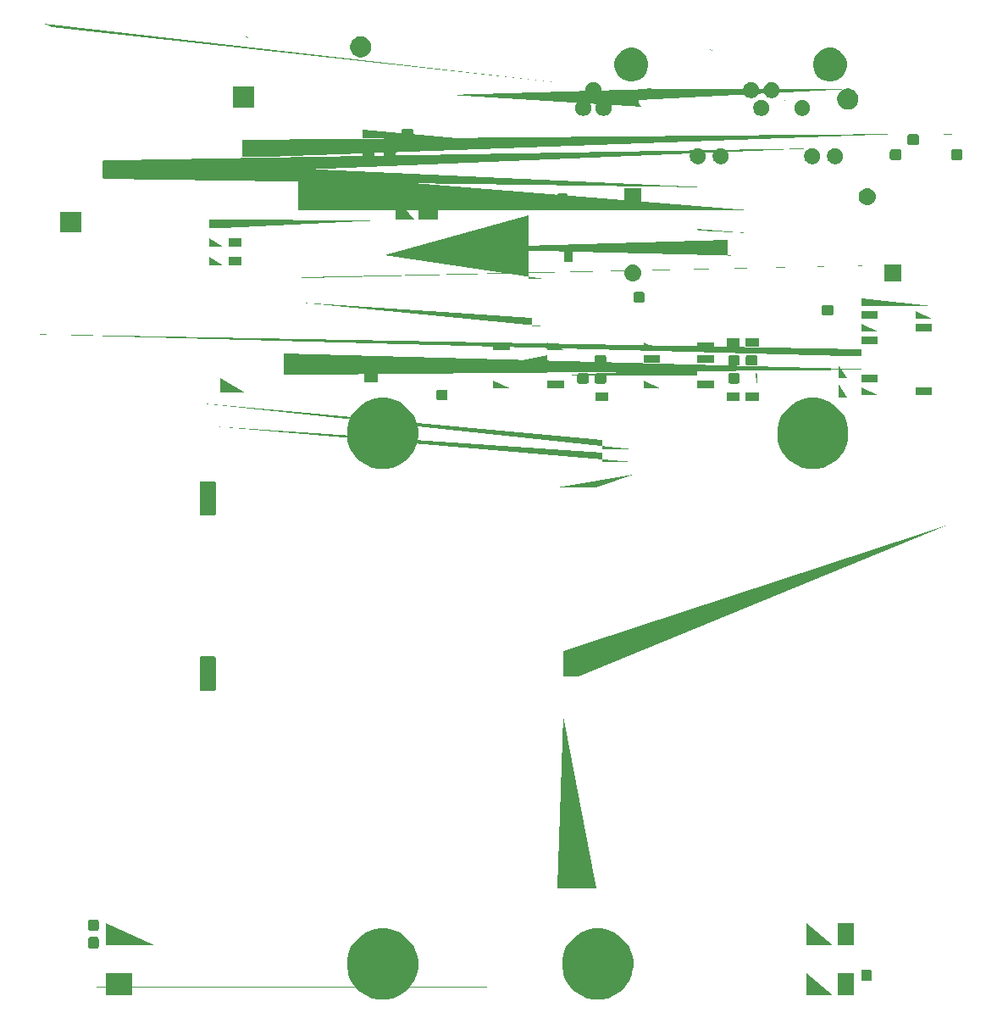
<source format=gbr>
From 66e2a4b74ddf5eabe52c2bd922d4380a204cc6d3 Mon Sep 17 00:00:00 2001
From: jaseg <git@jaseg.net>
Date: Thu, 31 Jan 2019 15:42:31 +0900
Subject: driver: Prettify heatsink mounting holes a bit

---
 driver/gerber/driver-F.Mask.gbr | 3956 ++++++++++++++++++++-------------------
 1 file changed, 1994 insertions(+), 1962 deletions(-)

(limited to 'driver/gerber/driver-F.Mask.gbr')

diff --git a/driver/gerber/driver-F.Mask.gbr b/driver/gerber/driver-F.Mask.gbr
index 1165299..663b867 100644
--- a/driver/gerber/driver-F.Mask.gbr
+++ b/driver/gerber/driver-F.Mask.gbr
@@ -1,12 +1,12 @@
 G04 #@! TF.GenerationSoftware,KiCad,Pcbnew,(5.0.1)*
-G04 #@! TF.CreationDate,2019-01-31T11:11:09+09:00*
+G04 #@! TF.CreationDate,2019-01-31T15:41:56+09:00*
 G04 #@! TF.ProjectId,driver,6472697665722E6B696361645F706362,rev?*
 G04 #@! TF.SameCoordinates,Original*
 G04 #@! TF.FileFunction,Soldermask,Top*
 G04 #@! TF.FilePolarity,Negative*
 %FSLAX46Y46*%
 G04 Gerber Fmt 4.6, Leading zero omitted, Abs format (unit mm)*
-G04 Created by KiCad (PCBNEW (5.0.1)) date Thu Jan 31 11:11:09 2019*
+G04 Created by KiCad (PCBNEW (5.0.1)) date Thu Jan 31 15:41:56 2019*
 %MOMM*%
 %LPD*%
 G01*
@@ -267,6 +267,118 @@ X76181632Y-146104677D01*
 X76181632Y-146104677D01*
 G37*
 G36*
+X111035786Y-146585462D02*
+X111035788Y-146585463D01*
+X111035789Y-146585463D01*
+X111682029Y-146853144D01*
+X112255791Y-147236520D01*
+X112263634Y-147241760D01*
+X112758240Y-147736366D01*
+X112758242Y-147736369D01*
+X113146856Y-148317971D01*
+X113354127Y-148818368D01*
+X113414538Y-148964214D01*
+X113551000Y-149650256D01*
+X113551000Y-150349744D01*
+X113459052Y-150812000D01*
+X113414537Y-151035789D01*
+X113146856Y-151682029D01*
+X113146855Y-151682030D01*
+X112758240Y-152263634D01*
+X112263634Y-152758240D01*
+X112263631Y-152758242D01*
+X111682029Y-153146856D01*
+X111035789Y-153414537D01*
+X111035788Y-153414537D01*
+X111035786Y-153414538D01*
+X110349744Y-153551000D01*
+X109650256Y-153551000D01*
+X108964214Y-153414538D01*
+X108964212Y-153414537D01*
+X108964211Y-153414537D01*
+X108317971Y-153146856D01*
+X107736369Y-152758242D01*
+X107736366Y-152758240D01*
+X107241760Y-152263634D01*
+X106853145Y-151682030D01*
+X106853144Y-151682029D01*
+X106585463Y-151035789D01*
+X106540949Y-150812000D01*
+X106449000Y-150349744D01*
+X106449000Y-149650256D01*
+X106585462Y-148964214D01*
+X106645873Y-148818368D01*
+X106853144Y-148317971D01*
+X107241758Y-147736369D01*
+X107241760Y-147736366D01*
+X107736366Y-147241760D01*
+X107744209Y-147236520D01*
+X108317971Y-146853144D01*
+X108964211Y-146585463D01*
+X108964212Y-146585463D01*
+X108964214Y-146585462D01*
+X109650256Y-146449000D01*
+X110349744Y-146449000D01*
+X111035786Y-146585462D01*
+X111035786Y-146585462D01*
+G37*
+G36*
+X132535786Y-146585462D02*
+X132535788Y-146585463D01*
+X132535789Y-146585463D01*
+X133182029Y-146853144D01*
+X133755791Y-147236520D01*
+X133763634Y-147241760D01*
+X134258240Y-147736366D01*
+X134258242Y-147736369D01*
+X134646856Y-148317971D01*
+X134854127Y-148818368D01*
+X134914538Y-148964214D01*
+X135051000Y-149650256D01*
+X135051000Y-150349744D01*
+X134959052Y-150812000D01*
+X134914537Y-151035789D01*
+X134646856Y-151682029D01*
+X134646855Y-151682030D01*
+X134258240Y-152263634D01*
+X133763634Y-152758240D01*
+X133763631Y-152758242D01*
+X133182029Y-153146856D01*
+X132535789Y-153414537D01*
+X132535788Y-153414537D01*
+X132535786Y-153414538D01*
+X131849744Y-153551000D01*
+X131150256Y-153551000D01*
+X130464214Y-153414538D01*
+X130464212Y-153414537D01*
+X130464211Y-153414537D01*
+X129817971Y-153146856D01*
+X129236369Y-152758242D01*
+X129236366Y-152758240D01*
+X128741760Y-152263634D01*
+X128353145Y-151682030D01*
+X128353144Y-151682029D01*
+X128085463Y-151035789D01*
+X128040949Y-150812000D01*
+X127949000Y-150349744D01*
+X127949000Y-149650256D01*
+X128085462Y-148964214D01*
+X128145873Y-148818368D01*
+X128353144Y-148317971D01*
+X128741758Y-147736369D01*
+X128741760Y-147736366D01*
+X129236366Y-147241760D01*
+X129244209Y-147236520D01*
+X129817971Y-146853144D01*
+X130464211Y-146585463D01*
+X130464212Y-146585463D01*
+X130464214Y-146585462D01*
+X131150256Y-146449000D01*
+X131849744Y-146449000D01*
+X132535786Y-146585462D01*
+X132535786Y-146585462D01*
+G37*
+G36*
 X81414499Y-152303445D02*
 X81451993Y-152314819D01*
 X81486557Y-152333294D01*
@@ -347,14 +459,6 @@ X158714499Y-152303445D01*
 X158714499Y-152303445D01*
 G37*
 G36*
-X157131000Y-153101000D02*
-X155529000Y-153101000D01*
-X155529000Y-150899000D01*
-X157131000Y-150899000D01*
-X157131000Y-153101000D01*
-X157131000Y-153101000D01*
-G37*
-G36*
 X154971000Y-153101000D02*
 X152369000Y-153101000D01*
 X152369000Y-150899000D01*
@@ -363,12 +467,12 @@ X154971000Y-153101000D01*
 X154971000Y-153101000D01*
 G37*
 G36*
-X84971000Y-153101000D02*
-X82369000Y-153101000D01*
-X82369000Y-150899000D01*
-X84971000Y-150899000D01*
-X84971000Y-153101000D01*
-X84971000Y-153101000D01*
+X157131000Y-153101000D02*
+X155529000Y-153101000D01*
+X155529000Y-150899000D01*
+X157131000Y-150899000D01*
+X157131000Y-153101000D01*
+X157131000Y-153101000D01*
 G37*
 G36*
 X87131000Y-153101000D02*
@@ -379,44 +483,12 @@ X87131000Y-153101000D01*
 X87131000Y-153101000D01*
 G37*
 G36*
-X158714499Y-150553445D02*
-X158751993Y-150564819D01*
-X158786557Y-150583294D01*
-X158816847Y-150608153D01*
-X158841706Y-150638443D01*
-X158860181Y-150673007D01*
-X158871555Y-150710501D01*
-X158876000Y-150755638D01*
-X158876000Y-151494362D01*
-X158871555Y-151539499D01*
-X158860181Y-151576993D01*
-X158841706Y-151611557D01*
-X158816847Y-151641847D01*
-X158786557Y-151666706D01*
-X158751993Y-151685181D01*
-X158714499Y-151696555D01*
-X158669362Y-151701000D01*
-X158030638Y-151701000D01*
-X157985501Y-151696555D01*
-X157948007Y-151685181D01*
-X157913443Y-151666706D01*
-X157883153Y-151641847D01*
-X157858294Y-151611557D01*
-X157839819Y-151576993D01*
-X157828445Y-151539499D01*
-X157824000Y-151494362D01*
-X157824000Y-150755638D01*
-X157828445Y-150710501D01*
-X157839819Y-150673007D01*
-X157858294Y-150638443D01*
-X157883153Y-150608153D01*
-X157913443Y-150583294D01*
-X157948007Y-150564819D01*
-X157985501Y-150553445D01*
-X158030638Y-150549000D01*
-X158669362Y-150549000D01*
-X158714499Y-150553445D01*
-X158714499Y-150553445D01*
+X84971000Y-153101000D02*
+X82369000Y-153101000D01*
+X82369000Y-150899000D01*
+X84971000Y-150899000D01*
+X84971000Y-153101000D01*
+X84971000Y-153101000D01*
 G37*
 G36*
 X81414499Y-150553445D02*
@@ -459,140 +531,44 @@ X81414499Y-150553445D01*
 X81414499Y-150553445D01*
 G37*
 G36*
-X131875256Y-148391298D02*
-X131981579Y-148412447D01*
-X132282042Y-148536903D01*
-X132548852Y-148715180D01*
-X132552454Y-148717587D01*
-X132782413Y-148947546D01*
-X132782415Y-148947549D01*
-X132963097Y-149217958D01*
-X133087553Y-149518421D01*
-X133151000Y-149837391D01*
-X133151000Y-150162609D01*
-X133087553Y-150481579D01*
-X132963097Y-150782042D01*
-X132884948Y-150899000D01*
-X132782413Y-151052454D01*
-X132552454Y-151282413D01*
-X132552451Y-151282415D01*
-X132282042Y-151463097D01*
-X131981579Y-151587553D01*
-X131875256Y-151608702D01*
-X131662611Y-151651000D01*
-X131337389Y-151651000D01*
-X131124744Y-151608702D01*
-X131018421Y-151587553D01*
-X130717958Y-151463097D01*
-X130447549Y-151282415D01*
-X130447546Y-151282413D01*
-X130217587Y-151052454D01*
-X130115052Y-150899000D01*
-X130036903Y-150782042D01*
-X129912447Y-150481579D01*
-X129849000Y-150162609D01*
-X129849000Y-149837391D01*
-X129912447Y-149518421D01*
-X130036903Y-149217958D01*
-X130217585Y-148947549D01*
-X130217587Y-148947546D01*
-X130447546Y-148717587D01*
-X130451148Y-148715180D01*
-X130717958Y-148536903D01*
-X131018421Y-148412447D01*
-X131124744Y-148391298D01*
-X131337389Y-148349000D01*
-X131662611Y-148349000D01*
-X131875256Y-148391298D01*
-X131875256Y-148391298D01*
-G37*
-G36*
-X110375256Y-148391298D02*
-X110481579Y-148412447D01*
-X110782042Y-148536903D01*
-X111048852Y-148715180D01*
-X111052454Y-148717587D01*
-X111282413Y-148947546D01*
-X111282415Y-148947549D01*
-X111463097Y-149217958D01*
-X111587553Y-149518421D01*
-X111651000Y-149837391D01*
-X111651000Y-150162609D01*
-X111587553Y-150481579D01*
-X111463097Y-150782042D01*
-X111384948Y-150899000D01*
-X111282413Y-151052454D01*
-X111052454Y-151282413D01*
-X111052451Y-151282415D01*
-X110782042Y-151463097D01*
-X110481579Y-151587553D01*
-X110375256Y-151608702D01*
-X110162611Y-151651000D01*
-X109837389Y-151651000D01*
-X109624744Y-151608702D01*
-X109518421Y-151587553D01*
-X109217958Y-151463097D01*
-X108947549Y-151282415D01*
-X108947546Y-151282413D01*
-X108717587Y-151052454D01*
-X108615052Y-150899000D01*
-X108536903Y-150782042D01*
-X108412447Y-150481579D01*
-X108349000Y-150162609D01*
-X108349000Y-149837391D01*
-X108412447Y-149518421D01*
-X108536903Y-149217958D01*
-X108717585Y-148947549D01*
-X108717587Y-148947546D01*
-X108947546Y-148717587D01*
-X108951148Y-148715180D01*
-X109217958Y-148536903D01*
-X109518421Y-148412447D01*
-X109624744Y-148391298D01*
-X109837389Y-148349000D01*
-X110162611Y-148349000D01*
-X110375256Y-148391298D01*
-X110375256Y-148391298D01*
-G37*
-G36*
-X81464499Y-147303445D02*
-X81501993Y-147314819D01*
-X81536557Y-147333294D01*
-X81566847Y-147358153D01*
-X81591706Y-147388443D01*
-X81610181Y-147423007D01*
-X81621555Y-147460501D01*
-X81626000Y-147505638D01*
-X81626000Y-148244362D01*
-X81621555Y-148289499D01*
-X81610181Y-148326993D01*
-X81591706Y-148361557D01*
-X81566847Y-148391847D01*
-X81536557Y-148416706D01*
-X81501993Y-148435181D01*
-X81464499Y-148446555D01*
-X81419362Y-148451000D01*
-X80780638Y-148451000D01*
-X80735501Y-148446555D01*
-X80698007Y-148435181D01*
-X80663443Y-148416706D01*
-X80633153Y-148391847D01*
-X80608294Y-148361557D01*
-X80589819Y-148326993D01*
-X80578445Y-148289499D01*
-X80574000Y-148244362D01*
-X80574000Y-147505638D01*
-X80578445Y-147460501D01*
-X80589819Y-147423007D01*
-X80608294Y-147388443D01*
-X80633153Y-147358153D01*
-X80663443Y-147333294D01*
-X80698007Y-147314819D01*
-X80735501Y-147303445D01*
-X80780638Y-147299000D01*
-X81419362Y-147299000D01*
-X81464499Y-147303445D01*
-X81464499Y-147303445D01*
+X158714499Y-150553445D02*
+X158751993Y-150564819D01*
+X158786557Y-150583294D01*
+X158816847Y-150608153D01*
+X158841706Y-150638443D01*
+X158860181Y-150673007D01*
+X158871555Y-150710501D01*
+X158876000Y-150755638D01*
+X158876000Y-151494362D01*
+X158871555Y-151539499D01*
+X158860181Y-151576993D01*
+X158841706Y-151611557D01*
+X158816847Y-151641847D01*
+X158786557Y-151666706D01*
+X158751993Y-151685181D01*
+X158714499Y-151696555D01*
+X158669362Y-151701000D01*
+X158030638Y-151701000D01*
+X157985501Y-151696555D01*
+X157948007Y-151685181D01*
+X157913443Y-151666706D01*
+X157883153Y-151641847D01*
+X157858294Y-151611557D01*
+X157839819Y-151576993D01*
+X157828445Y-151539499D01*
+X157824000Y-151494362D01*
+X157824000Y-150755638D01*
+X157828445Y-150710501D01*
+X157839819Y-150673007D01*
+X157858294Y-150638443D01*
+X157883153Y-150608153D01*
+X157913443Y-150583294D01*
+X157948007Y-150564819D01*
+X157985501Y-150553445D01*
+X158030638Y-150549000D01*
+X158669362Y-150549000D01*
+X158714499Y-150553445D01*
+X158714499Y-150553445D01*
 G37*
 G36*
 X158714499Y-147303445D02*
@@ -635,6 +611,46 @@ X158714499Y-147303445D01*
 X158714499Y-147303445D01*
 G37*
 G36*
+X81464499Y-147303445D02*
+X81501993Y-147314819D01*
+X81536557Y-147333294D01*
+X81566847Y-147358153D01*
+X81591706Y-147388443D01*
+X81610181Y-147423007D01*
+X81621555Y-147460501D01*
+X81626000Y-147505638D01*
+X81626000Y-148244362D01*
+X81621555Y-148289499D01*
+X81610181Y-148326993D01*
+X81591706Y-148361557D01*
+X81566847Y-148391847D01*
+X81536557Y-148416706D01*
+X81501993Y-148435181D01*
+X81464499Y-148446555D01*
+X81419362Y-148451000D01*
+X80780638Y-148451000D01*
+X80735501Y-148446555D01*
+X80698007Y-148435181D01*
+X80663443Y-148416706D01*
+X80633153Y-148391847D01*
+X80608294Y-148361557D01*
+X80589819Y-148326993D01*
+X80578445Y-148289499D01*
+X80574000Y-148244362D01*
+X80574000Y-147505638D01*
+X80578445Y-147460501D01*
+X80589819Y-147423007D01*
+X80608294Y-147388443D01*
+X80633153Y-147358153D01*
+X80663443Y-147333294D01*
+X80698007Y-147314819D01*
+X80735501Y-147303445D01*
+X80780638Y-147299000D01*
+X81419362Y-147299000D01*
+X81464499Y-147303445D01*
+X81464499Y-147303445D01*
+G37*
+G36*
 X154971000Y-148101000D02*
 X152369000Y-148101000D01*
 X152369000Y-145899000D01*
@@ -643,6 +659,14 @@ X154971000Y-148101000D01*
 X154971000Y-148101000D01*
 G37*
 G36*
+X157131000Y-148101000D02*
+X155529000Y-148101000D01*
+X155529000Y-145899000D01*
+X157131000Y-145899000D01*
+X157131000Y-148101000D01*
+X157131000Y-148101000D01*
+G37*
+G36*
 X84971000Y-148101000D02*
 X82369000Y-148101000D01*
 X82369000Y-145899000D01*
@@ -659,12 +683,44 @@ X87131000Y-148101000D01*
 X87131000Y-148101000D01*
 G37*
 G36*
-X157131000Y-148101000D02*
-X155529000Y-148101000D01*
-X155529000Y-145899000D01*
-X157131000Y-145899000D01*
-X157131000Y-148101000D01*
-X157131000Y-148101000D01*
+X81464499Y-145553445D02*
+X81501993Y-145564819D01*
+X81536557Y-145583294D01*
+X81566847Y-145608153D01*
+X81591706Y-145638443D01*
+X81610181Y-145673007D01*
+X81621555Y-145710501D01*
+X81626000Y-145755638D01*
+X81626000Y-146494362D01*
+X81621555Y-146539499D01*
+X81610181Y-146576993D01*
+X81591706Y-146611557D01*
+X81566847Y-146641847D01*
+X81536557Y-146666706D01*
+X81501993Y-146685181D01*
+X81464499Y-146696555D01*
+X81419362Y-146701000D01*
+X80780638Y-146701000D01*
+X80735501Y-146696555D01*
+X80698007Y-146685181D01*
+X80663443Y-146666706D01*
+X80633153Y-146641847D01*
+X80608294Y-146611557D01*
+X80589819Y-146576993D01*
+X80578445Y-146539499D01*
+X80574000Y-146494362D01*
+X80574000Y-145755638D01*
+X80578445Y-145710501D01*
+X80589819Y-145673007D01*
+X80608294Y-145638443D01*
+X80633153Y-145608153D01*
+X80663443Y-145583294D01*
+X80698007Y-145564819D01*
+X80735501Y-145553445D01*
+X80780638Y-145549000D01*
+X81419362Y-145549000D01*
+X81464499Y-145553445D01*
+X81464499Y-145553445D01*
 G37*
 G36*
 X158714499Y-145553445D02*
@@ -707,46 +763,6 @@ X158714499Y-145553445D01*
 X158714499Y-145553445D01*
 G37*
 G36*
-X81464499Y-145553445D02*
-X81501993Y-145564819D01*
-X81536557Y-145583294D01*
-X81566847Y-145608153D01*
-X81591706Y-145638443D01*
-X81610181Y-145673007D01*
-X81621555Y-145710501D01*
-X81626000Y-145755638D01*
-X81626000Y-146494362D01*
-X81621555Y-146539499D01*
-X81610181Y-146576993D01*
-X81591706Y-146611557D01*
-X81566847Y-146641847D01*
-X81536557Y-146666706D01*
-X81501993Y-146685181D01*
-X81464499Y-146696555D01*
-X81419362Y-146701000D01*
-X80780638Y-146701000D01*
-X80735501Y-146696555D01*
-X80698007Y-146685181D01*
-X80663443Y-146666706D01*
-X80633153Y-146641847D01*
-X80608294Y-146611557D01*
-X80589819Y-146576993D01*
-X80578445Y-146539499D01*
-X80574000Y-146494362D01*
-X80574000Y-145755638D01*
-X80578445Y-145710501D01*
-X80589819Y-145673007D01*
-X80608294Y-145638443D01*
-X80633153Y-145608153D01*
-X80663443Y-145583294D01*
-X80698007Y-145564819D01*
-X80735501Y-145553445D01*
-X80780638Y-145549000D01*
-X81419362Y-145549000D01*
-X81464499Y-145553445D01*
-X81464499Y-145553445D01*
-G37*
-G36*
 X131376000Y-142401000D02*
 X127466452Y-142401000D01*
 X127446835Y-142390515D01*
@@ -1171,46 +1187,6 @@ X128026000Y-125237700D01*
 X128026000Y-125237700D01*
 G37*
 G36*
-X93178821Y-119278103D02*
-X93212982Y-119288466D01*
-X93244464Y-119305293D01*
-X93272060Y-119327940D01*
-X93294707Y-119355536D01*
-X93311534Y-119387018D01*
-X93321897Y-119421179D01*
-X93326000Y-119462842D01*
-X93326000Y-122537158D01*
-X93321897Y-122578821D01*
-X93311534Y-122612982D01*
-X93294707Y-122644464D01*
-X93272060Y-122672060D01*
-X93244464Y-122694707D01*
-X93212982Y-122711534D01*
-X93178821Y-122721897D01*
-X93137158Y-122726000D01*
-X91887842Y-122726000D01*
-X91846179Y-122721897D01*
-X91812018Y-122711534D01*
-X91780536Y-122694707D01*
-X91752940Y-122672060D01*
-X91730293Y-122644464D01*
-X91713466Y-122612982D01*
-X91703103Y-122578821D01*
-X91699000Y-122537158D01*
-X91699000Y-119462842D01*
-X91703103Y-119421179D01*
-X91713466Y-119387018D01*
-X91730293Y-119355536D01*
-X91752940Y-119327940D01*
-X91780536Y-119305293D01*
-X91812018Y-119288466D01*
-X91846179Y-119278103D01*
-X91887842Y-119274000D01*
-X93137158Y-119274000D01*
-X93178821Y-119278103D01*
-X93178821Y-119278103D01*
-G37*
-G36*
 X99153821Y-119278103D02*
 X99187982Y-119288466D01*
 X99219464Y-119305293D01*
@@ -1251,6 +1227,46 @@ X99153821Y-119278103D01*
 X99153821Y-119278103D01*
 G37*
 G36*
+X93178821Y-119278103D02*
+X93212982Y-119288466D01*
+X93244464Y-119305293D01*
+X93272060Y-119327940D01*
+X93294707Y-119355536D01*
+X93311534Y-119387018D01*
+X93321897Y-119421179D01*
+X93326000Y-119462842D01*
+X93326000Y-122537158D01*
+X93321897Y-122578821D01*
+X93311534Y-122612982D01*
+X93294707Y-122644464D01*
+X93272060Y-122672060D01*
+X93244464Y-122694707D01*
+X93212982Y-122711534D01*
+X93178821Y-122721897D01*
+X93137158Y-122726000D01*
+X91887842Y-122726000D01*
+X91846179Y-122721897D01*
+X91812018Y-122711534D01*
+X91780536Y-122694707D01*
+X91752940Y-122672060D01*
+X91730293Y-122644464D01*
+X91713466Y-122612982D01*
+X91703103Y-122578821D01*
+X91699000Y-122537158D01*
+X91699000Y-119462842D01*
+X91703103Y-119421179D01*
+X91713466Y-119387018D01*
+X91730293Y-119355536D01*
+X91752940Y-119327940D01*
+X91780536Y-119305293D01*
+X91812018Y-119288466D01*
+X91846179Y-119278103D01*
+X91887842Y-119274000D01*
+X93137158Y-119274000D01*
+X93178821Y-119278103D01*
+X93178821Y-119278103D01*
+G37*
+G36*
 X129576000Y-121250950D02*
 X128024000Y-121250950D01*
 X128024000Y-118748950D01*
@@ -1747,46 +1763,6 @@ X166351000Y-106191000D01*
 X166351000Y-106191000D01*
 G37*
 G36*
-X93178821Y-101778103D02*
-X93212982Y-101788466D01*
-X93244464Y-101805293D01*
-X93272060Y-101827940D01*
-X93294707Y-101855536D01*
-X93311534Y-101887018D01*
-X93321897Y-101921179D01*
-X93326000Y-101962842D01*
-X93326000Y-105037158D01*
-X93321897Y-105078821D01*
-X93311534Y-105112982D01*
-X93294707Y-105144464D01*
-X93272060Y-105172060D01*
-X93244464Y-105194707D01*
-X93212982Y-105211534D01*
-X93178821Y-105221897D01*
-X93137158Y-105226000D01*
-X91887842Y-105226000D01*
-X91846179Y-105221897D01*
-X91812018Y-105211534D01*
-X91780536Y-105194707D01*
-X91752940Y-105172060D01*
-X91730293Y-105144464D01*
-X91713466Y-105112982D01*
-X91703103Y-105078821D01*
-X91699000Y-105037158D01*
-X91699000Y-101962842D01*
-X91703103Y-101921179D01*
-X91713466Y-101887018D01*
-X91730293Y-101855536D01*
-X91752940Y-101827940D01*
-X91780536Y-101805293D01*
-X91812018Y-101788466D01*
-X91846179Y-101778103D01*
-X91887842Y-101774000D01*
-X93137158Y-101774000D01*
-X93178821Y-101778103D01*
-X93178821Y-101778103D01*
-G37*
-G36*
 X99153821Y-101778103D02*
 X99187982Y-101788466D01*
 X99219464Y-101805293D01*
@@ -1827,6 +1803,46 @@ X99153821Y-101778103D01*
 X99153821Y-101778103D01*
 G37*
 G36*
+X93178821Y-101778103D02*
+X93212982Y-101788466D01*
+X93244464Y-101805293D01*
+X93272060Y-101827940D01*
+X93294707Y-101855536D01*
+X93311534Y-101887018D01*
+X93321897Y-101921179D01*
+X93326000Y-101962842D01*
+X93326000Y-105037158D01*
+X93321897Y-105078821D01*
+X93311534Y-105112982D01*
+X93294707Y-105144464D01*
+X93272060Y-105172060D01*
+X93244464Y-105194707D01*
+X93212982Y-105211534D01*
+X93178821Y-105221897D01*
+X93137158Y-105226000D01*
+X91887842Y-105226000D01*
+X91846179Y-105221897D01*
+X91812018Y-105211534D01*
+X91780536Y-105194707D01*
+X91752940Y-105172060D01*
+X91730293Y-105144464D01*
+X91713466Y-105112982D01*
+X91703103Y-105078821D01*
+X91699000Y-105037158D01*
+X91699000Y-101962842D01*
+X91703103Y-101921179D01*
+X91713466Y-101887018D01*
+X91730293Y-101855536D01*
+X91752940Y-101827940D01*
+X91780536Y-101805293D01*
+X91812018Y-101788466D01*
+X91846179Y-101778103D01*
+X91887842Y-101774000D01*
+X93137158Y-101774000D01*
+X93178821Y-101778103D01*
+X93178821Y-101778103D01*
+G37*
+G36*
 X131376000Y-102401000D02*
 X127466452Y-102401000D01*
 X127446835Y-102390515D01*
@@ -1919,6 +1935,118 @@ X135026000Y-101111000D01*
 X135026000Y-101111000D01*
 G37*
 G36*
+X111035786Y-93585462D02*
+X111035788Y-93585463D01*
+X111035789Y-93585463D01*
+X111682029Y-93853144D01*
+X112255791Y-94236520D01*
+X112263634Y-94241760D01*
+X112758240Y-94736366D01*
+X112758242Y-94736369D01*
+X113146856Y-95317971D01*
+X113414537Y-95964211D01*
+X113414538Y-95964214D01*
+X113551000Y-96650256D01*
+X113551000Y-97349744D01*
+X113497442Y-97619000D01*
+X113414537Y-98035789D01*
+X113146856Y-98682029D01*
+X113060122Y-98811835D01*
+X112758240Y-99263634D01*
+X112263634Y-99758240D01*
+X112263631Y-99758242D01*
+X111682029Y-100146856D01*
+X111035789Y-100414537D01*
+X111035788Y-100414537D01*
+X111035786Y-100414538D01*
+X110349744Y-100551000D01*
+X109650256Y-100551000D01*
+X108964214Y-100414538D01*
+X108964212Y-100414537D01*
+X108964211Y-100414537D01*
+X108317971Y-100146856D01*
+X107736369Y-99758242D01*
+X107736366Y-99758240D01*
+X107241760Y-99263634D01*
+X106939878Y-98811835D01*
+X106853144Y-98682029D01*
+X106585463Y-98035789D01*
+X106502559Y-97619000D01*
+X106449000Y-97349744D01*
+X106449000Y-96650256D01*
+X106585462Y-95964214D01*
+X106585463Y-95964211D01*
+X106853144Y-95317971D01*
+X107241758Y-94736369D01*
+X107241760Y-94736366D01*
+X107736366Y-94241760D01*
+X107744209Y-94236520D01*
+X108317971Y-93853144D01*
+X108964211Y-93585463D01*
+X108964212Y-93585463D01*
+X108964214Y-93585462D01*
+X109650256Y-93449000D01*
+X110349744Y-93449000D01*
+X111035786Y-93585462D01*
+X111035786Y-93585462D01*
+G37*
+G36*
+X154035786Y-93585462D02*
+X154035788Y-93585463D01*
+X154035789Y-93585463D01*
+X154682029Y-93853144D01*
+X155255791Y-94236520D01*
+X155263634Y-94241760D01*
+X155758240Y-94736366D01*
+X155758242Y-94736369D01*
+X156146856Y-95317971D01*
+X156414537Y-95964211D01*
+X156414538Y-95964214D01*
+X156551000Y-96650256D01*
+X156551000Y-97349744D01*
+X156497442Y-97619000D01*
+X156414537Y-98035789D01*
+X156146856Y-98682029D01*
+X156060122Y-98811835D01*
+X155758240Y-99263634D01*
+X155263634Y-99758240D01*
+X155263631Y-99758242D01*
+X154682029Y-100146856D01*
+X154035789Y-100414537D01*
+X154035788Y-100414537D01*
+X154035786Y-100414538D01*
+X153349744Y-100551000D01*
+X152650256Y-100551000D01*
+X151964214Y-100414538D01*
+X151964212Y-100414537D01*
+X151964211Y-100414537D01*
+X151317971Y-100146856D01*
+X150736369Y-99758242D01*
+X150736366Y-99758240D01*
+X150241760Y-99263634D01*
+X149939878Y-98811835D01*
+X149853144Y-98682029D01*
+X149585463Y-98035789D01*
+X149502559Y-97619000D01*
+X149449000Y-97349744D01*
+X149449000Y-96650256D01*
+X149585462Y-95964214D01*
+X149585463Y-95964211D01*
+X149853144Y-95317971D01*
+X150241758Y-94736369D01*
+X150241760Y-94736366D01*
+X150736366Y-94241760D01*
+X150744209Y-94236520D01*
+X151317971Y-93853144D01*
+X151964211Y-93585463D01*
+X151964212Y-93585463D01*
+X151964214Y-93585462D01*
+X152650256Y-93449000D01*
+X153349744Y-93449000D01*
+X154035786Y-93585462D01*
+X154035786Y-93585462D01*
+G37*
+G36*
 X135026000Y-99841000D02*
 X131974000Y-99841000D01*
 X131974000Y-98889000D01*
@@ -2007,102 +2135,6 @@ X93178821Y-96278103D01*
 X93178821Y-96278103D01*
 G37*
 G36*
-X110375256Y-95391298D02*
-X110481579Y-95412447D01*
-X110782042Y-95536903D01*
-X111048852Y-95715180D01*
-X111052454Y-95717587D01*
-X111282413Y-95947546D01*
-X111282415Y-95947549D01*
-X111463097Y-96217958D01*
-X111587553Y-96518421D01*
-X111651000Y-96837391D01*
-X111651000Y-97162609D01*
-X111587553Y-97481579D01*
-X111531626Y-97616598D01*
-X111463098Y-97782040D01*
-X111282413Y-98052454D01*
-X111052454Y-98282413D01*
-X111052451Y-98282415D01*
-X110782042Y-98463097D01*
-X110481579Y-98587553D01*
-X110380735Y-98607612D01*
-X110162611Y-98651000D01*
-X109837389Y-98651000D01*
-X109619265Y-98607612D01*
-X109518421Y-98587553D01*
-X109217958Y-98463097D01*
-X108947549Y-98282415D01*
-X108947546Y-98282413D01*
-X108717587Y-98052454D01*
-X108536902Y-97782040D01*
-X108468374Y-97616598D01*
-X108412447Y-97481579D01*
-X108349000Y-97162609D01*
-X108349000Y-96837391D01*
-X108412447Y-96518421D01*
-X108536903Y-96217958D01*
-X108717585Y-95947549D01*
-X108717587Y-95947546D01*
-X108947546Y-95717587D01*
-X108951148Y-95715180D01*
-X109217958Y-95536903D01*
-X109518421Y-95412447D01*
-X109624744Y-95391298D01*
-X109837389Y-95349000D01*
-X110162611Y-95349000D01*
-X110375256Y-95391298D01*
-X110375256Y-95391298D01*
-G37*
-G36*
-X153375256Y-95391298D02*
-X153481579Y-95412447D01*
-X153782042Y-95536903D01*
-X154048852Y-95715180D01*
-X154052454Y-95717587D01*
-X154282413Y-95947546D01*
-X154282415Y-95947549D01*
-X154463097Y-96217958D01*
-X154587553Y-96518421D01*
-X154651000Y-96837391D01*
-X154651000Y-97162609D01*
-X154587553Y-97481579D01*
-X154531626Y-97616598D01*
-X154463098Y-97782040D01*
-X154282413Y-98052454D01*
-X154052454Y-98282413D01*
-X154052451Y-98282415D01*
-X153782042Y-98463097D01*
-X153481579Y-98587553D01*
-X153380735Y-98607612D01*
-X153162611Y-98651000D01*
-X152837389Y-98651000D01*
-X152619265Y-98607612D01*
-X152518421Y-98587553D01*
-X152217958Y-98463097D01*
-X151947549Y-98282415D01*
-X151947546Y-98282413D01*
-X151717587Y-98052454D01*
-X151536902Y-97782040D01*
-X151468374Y-97616598D01*
-X151412447Y-97481579D01*
-X151349000Y-97162609D01*
-X151349000Y-96837391D01*
-X151412447Y-96518421D01*
-X151536903Y-96217958D01*
-X151717585Y-95947549D01*
-X151717587Y-95947546D01*
-X151947546Y-95717587D01*
-X151951148Y-95715180D01*
-X152217958Y-95536903D01*
-X152518421Y-95412447D01*
-X152624744Y-95391298D01*
-X152837389Y-95349000D01*
-X153162611Y-95349000D01*
-X153375256Y-95391298D01*
-X153375256Y-95391298D01*
-G37*
-G36*
 X135026000Y-98571000D02*
 X131974000Y-98571000D01*
 X131974000Y-97619000D01*
@@ -2143,20 +2175,12 @@ X91201000Y-93926000D01*
 X91201000Y-93926000D01*
 G37*
 G36*
-X132551000Y-93726000D02*
-X131249000Y-93726000D01*
-X131249000Y-92874000D01*
-X132551000Y-92874000D01*
-X132551000Y-93726000D01*
-X132551000Y-93726000D01*
-G37*
-G36*
-X145701000Y-93726000D02*
-X144399000Y-93726000D01*
-X144399000Y-92874000D01*
-X145701000Y-92874000D01*
-X145701000Y-93726000D01*
-X145701000Y-93726000D01*
+X147601000Y-93726000D02*
+X146299000Y-93726000D01*
+X146299000Y-92874000D01*
+X147601000Y-92874000D01*
+X147601000Y-93726000D01*
+X147601000Y-93726000D01*
 G37*
 G36*
 X130651000Y-93726000D02*
@@ -2167,52 +2191,20 @@ X130651000Y-93726000D01*
 X130651000Y-93726000D01*
 G37*
 G36*
-X147601000Y-93726000D02*
-X146299000Y-93726000D01*
-X146299000Y-92874000D01*
-X147601000Y-92874000D01*
-X147601000Y-93726000D01*
-X147601000Y-93726000D01*
-G37*
-G36*
-X116339499Y-92628445D02*
-X116376993Y-92639819D01*
-X116411557Y-92658294D01*
-X116441847Y-92683153D01*
-X116466706Y-92713443D01*
-X116485181Y-92748007D01*
-X116496555Y-92785501D01*
-X116501000Y-92830638D01*
-X116501000Y-93469362D01*
-X116496555Y-93514499D01*
-X116485181Y-93551993D01*
-X116466706Y-93586557D01*
-X116441847Y-93616847D01*
-X116411557Y-93641706D01*
-X116376993Y-93660181D01*
-X116339499Y-93671555D01*
-X116294362Y-93676000D01*
-X115555638Y-93676000D01*
-X115510501Y-93671555D01*
-X115473007Y-93660181D01*
-X115438443Y-93641706D01*
-X115408153Y-93616847D01*
-X115383294Y-93586557D01*
-X115364819Y-93551993D01*
-X115353445Y-93514499D01*
-X115349000Y-93469362D01*
-X115349000Y-92830638D01*
-X115353445Y-92785501D01*
-X115364819Y-92748007D01*
-X115383294Y-92713443D01*
-X115408153Y-92683153D01*
-X115438443Y-92658294D01*
-X115473007Y-92639819D01*
-X115510501Y-92628445D01*
-X115555638Y-92624000D01*
-X116294362Y-92624000D01*
-X116339499Y-92628445D01*
-X116339499Y-92628445D01*
+X145701000Y-93726000D02*
+X144399000Y-93726000D01*
+X144399000Y-92874000D01*
+X145701000Y-92874000D01*
+X145701000Y-93726000D01*
+X145701000Y-93726000D01*
+G37*
+G36*
+X132551000Y-93726000D02*
+X131249000Y-93726000D01*
+X131249000Y-92874000D01*
+X132551000Y-92874000D01*
+X132551000Y-93726000D01*
+X132551000Y-93726000D01*
 G37*
 G36*
 X118089499Y-92628445D02*
@@ -2255,6 +2247,46 @@ X118089499Y-92628445D01*
 X118089499Y-92628445D01*
 G37*
 G36*
+X116339499Y-92628445D02*
+X116376993Y-92639819D01*
+X116411557Y-92658294D01*
+X116441847Y-92683153D01*
+X116466706Y-92713443D01*
+X116485181Y-92748007D01*
+X116496555Y-92785501D01*
+X116501000Y-92830638D01*
+X116501000Y-93469362D01*
+X116496555Y-93514499D01*
+X116485181Y-93551993D01*
+X116466706Y-93586557D01*
+X116441847Y-93616847D01*
+X116411557Y-93641706D01*
+X116376993Y-93660181D01*
+X116339499Y-93671555D01*
+X116294362Y-93676000D01*
+X115555638Y-93676000D01*
+X115510501Y-93671555D01*
+X115473007Y-93660181D01*
+X115438443Y-93641706D01*
+X115408153Y-93616847D01*
+X115383294Y-93586557D01*
+X115364819Y-93551993D01*
+X115353445Y-93514499D01*
+X115349000Y-93469362D01*
+X115349000Y-92830638D01*
+X115353445Y-92785501D01*
+X115364819Y-92748007D01*
+X115383294Y-92713443D01*
+X115408153Y-92683153D01*
+X115438443Y-92658294D01*
+X115473007Y-92639819D01*
+X115510501Y-92628445D01*
+X115555638Y-92624000D01*
+X116294362Y-92624000D01*
+X116339499Y-92628445D01*
+X116339499Y-92628445D01*
+G37*
+G36*
 X156426000Y-93401000D02*
 X155574000Y-93401000D01*
 X155574000Y-92099000D01*
@@ -2263,14 +2295,6 @@ X156426000Y-93401000D01*
 X156426000Y-93401000D01*
 G37*
 G36*
-X164901000Y-93146000D02*
-X163299000Y-93146000D01*
-X163299000Y-92444000D01*
-X164901000Y-92444000D01*
-X164901000Y-93146000D01*
-X164901000Y-93146000D01*
-G37*
-G36*
 X159501000Y-93146000D02*
 X157899000Y-93146000D01*
 X157899000Y-92444000D01*
@@ -2279,6 +2303,14 @@ X159501000Y-93146000D01*
 X159501000Y-93146000D01*
 G37*
 G36*
+X164901000Y-93146000D02*
+X163299000Y-93146000D01*
+X163299000Y-92444000D01*
+X164901000Y-92444000D01*
+X164901000Y-93146000D01*
+X164901000Y-93146000D01*
+G37*
+G36*
 X96201000Y-92951000D02*
 X93799000Y-92951000D01*
 X93799000Y-91449000D01*
@@ -2287,14 +2319,6 @@ X96201000Y-92951000D01*
 X96201000Y-92951000D01*
 G37*
 G36*
-X143126000Y-92456000D02*
-X141474000Y-92456000D01*
-X141474000Y-91754000D01*
-X143126000Y-91754000D01*
-X143126000Y-92456000D01*
-X143126000Y-92456000D01*
-G37*
-G36*
 X137726000Y-92456000D02*
 X136074000Y-92456000D01*
 X136074000Y-91754000D01*
@@ -2303,14 +2327,6 @@ X137726000Y-92456000D01*
 X137726000Y-92456000D01*
 G37*
 G36*
-X128126000Y-92456000D02*
-X126474000Y-92456000D01*
-X126474000Y-91754000D01*
-X128126000Y-91754000D01*
-X128126000Y-92456000D01*
-X128126000Y-92456000D01*
-G37*
-G36*
 X122726000Y-92456000D02*
 X121074000Y-92456000D01*
 X121074000Y-91754000D01*
@@ -2319,84 +2335,20 @@ X122726000Y-92456000D01*
 X122726000Y-92456000D01*
 G37*
 G36*
-X145539499Y-90978445D02*
-X145576993Y-90989819D01*
-X145611557Y-91008294D01*
-X145641847Y-91033153D01*
-X145666706Y-91063443D01*
-X145685181Y-91098007D01*
-X145696555Y-91135501D01*
-X145701000Y-91180638D01*
-X145701000Y-91819362D01*
-X145696555Y-91864499D01*
-X145685181Y-91901993D01*
-X145666706Y-91936557D01*
-X145641847Y-91966847D01*
-X145611557Y-91991706D01*
-X145576993Y-92010181D01*
-X145539499Y-92021555D01*
-X145494362Y-92026000D01*
-X144755638Y-92026000D01*
-X144710501Y-92021555D01*
-X144673007Y-92010181D01*
-X144638443Y-91991706D01*
-X144608153Y-91966847D01*
-X144583294Y-91936557D01*
-X144564819Y-91901993D01*
-X144553445Y-91864499D01*
-X144549000Y-91819362D01*
-X144549000Y-91180638D01*
-X144553445Y-91135501D01*
-X144564819Y-91098007D01*
-X144583294Y-91063443D01*
-X144608153Y-91033153D01*
-X144638443Y-91008294D01*
-X144673007Y-90989819D01*
-X144710501Y-90978445D01*
-X144755638Y-90974000D01*
-X145494362Y-90974000D01*
-X145539499Y-90978445D01*
-X145539499Y-90978445D01*
+X128126000Y-92456000D02*
+X126474000Y-92456000D01*
+X126474000Y-91754000D01*
+X128126000Y-91754000D01*
+X128126000Y-92456000D01*
+X128126000Y-92456000D01*
 G37*
 G36*
-X130439499Y-90978445D02*
-X130476993Y-90989819D01*
-X130511557Y-91008294D01*
-X130541847Y-91033153D01*
-X130566706Y-91063443D01*
-X130585181Y-91098007D01*
-X130596555Y-91135501D01*
-X130601000Y-91180638D01*
-X130601000Y-91819362D01*
-X130596555Y-91864499D01*
-X130585181Y-91901993D01*
-X130566706Y-91936557D01*
-X130541847Y-91966847D01*
-X130511557Y-91991706D01*
-X130476993Y-92010181D01*
-X130439499Y-92021555D01*
-X130394362Y-92026000D01*
-X129655638Y-92026000D01*
-X129610501Y-92021555D01*
-X129573007Y-92010181D01*
-X129538443Y-91991706D01*
-X129508153Y-91966847D01*
-X129483294Y-91936557D01*
-X129464819Y-91901993D01*
-X129453445Y-91864499D01*
-X129449000Y-91819362D01*
-X129449000Y-91180638D01*
-X129453445Y-91135501D01*
-X129464819Y-91098007D01*
-X129483294Y-91063443D01*
-X129508153Y-91033153D01*
-X129538443Y-91008294D01*
-X129573007Y-90989819D01*
-X129610501Y-90978445D01*
-X129655638Y-90974000D01*
-X130394362Y-90974000D01*
-X130439499Y-90978445D01*
-X130439499Y-90978445D01*
+X143126000Y-92456000D02*
+X141474000Y-92456000D01*
+X141474000Y-91754000D01*
+X143126000Y-91754000D01*
+X143126000Y-92456000D01*
+X143126000Y-92456000D01*
 G37*
 G36*
 X115439499Y-90978445D02*
@@ -2479,58 +2431,98 @@ X113689499Y-90978445D01*
 X113689499Y-90978445D01*
 G37*
 G36*
-X132189499Y-90978445D02*
-X132226993Y-90989819D01*
-X132261557Y-91008294D01*
-X132291847Y-91033153D01*
-X132316706Y-91063443D01*
-X132335181Y-91098007D01*
-X132346555Y-91135501D01*
-X132351000Y-91180638D01*
-X132351000Y-91819362D01*
-X132346555Y-91864499D01*
-X132335181Y-91901993D01*
-X132316706Y-91936557D01*
-X132291847Y-91966847D01*
-X132261557Y-91991706D01*
-X132226993Y-92010181D01*
-X132189499Y-92021555D01*
-X132144362Y-92026000D01*
-X131405638Y-92026000D01*
-X131360501Y-92021555D01*
-X131323007Y-92010181D01*
-X131288443Y-91991706D01*
-X131258153Y-91966847D01*
-X131233294Y-91936557D01*
-X131214819Y-91901993D01*
-X131203445Y-91864499D01*
-X131199000Y-91819362D01*
-X131199000Y-91180638D01*
-X131203445Y-91135501D01*
-X131214819Y-91098007D01*
-X131233294Y-91063443D01*
-X131258153Y-91033153D01*
-X131288443Y-91008294D01*
-X131323007Y-90989819D01*
-X131360501Y-90978445D01*
-X131405638Y-90974000D01*
-X132144362Y-90974000D01*
-X132189499Y-90978445D01*
-X132189499Y-90978445D01*
+X130439499Y-90978445D02*
+X130476993Y-90989819D01*
+X130511557Y-91008294D01*
+X130541847Y-91033153D01*
+X130566706Y-91063443D01*
+X130585181Y-91098007D01*
+X130596555Y-91135501D01*
+X130601000Y-91180638D01*
+X130601000Y-91819362D01*
+X130596555Y-91864499D01*
+X130585181Y-91901993D01*
+X130566706Y-91936557D01*
+X130541847Y-91966847D01*
+X130511557Y-91991706D01*
+X130476993Y-92010181D01*
+X130439499Y-92021555D01*
+X130394362Y-92026000D01*
+X129655638Y-92026000D01*
+X129610501Y-92021555D01*
+X129573007Y-92010181D01*
+X129538443Y-91991706D01*
+X129508153Y-91966847D01*
+X129483294Y-91936557D01*
+X129464819Y-91901993D01*
+X129453445Y-91864499D01*
+X129449000Y-91819362D01*
+X129449000Y-91180638D01*
+X129453445Y-91135501D01*
+X129464819Y-91098007D01*
+X129483294Y-91063443D01*
+X129508153Y-91033153D01*
+X129538443Y-91008294D01*
+X129573007Y-90989819D01*
+X129610501Y-90978445D01*
+X129655638Y-90974000D01*
+X130394362Y-90974000D01*
+X130439499Y-90978445D01*
+X130439499Y-90978445D01*
 G37*
 G36*
-X147289499Y-90978445D02*
-X147326993Y-90989819D01*
-X147361557Y-91008294D01*
-X147391847Y-91033153D01*
-X147416706Y-91063443D01*
-X147435181Y-91098007D01*
-X147446555Y-91135501D01*
-X147451000Y-91180638D01*
-X147451000Y-91819362D01*
-X147446555Y-91864499D01*
-X147435181Y-91901993D01*
-X147416706Y-91936557D01*
+X145539499Y-90978445D02*
+X145576993Y-90989819D01*
+X145611557Y-91008294D01*
+X145641847Y-91033153D01*
+X145666706Y-91063443D01*
+X145685181Y-91098007D01*
+X145696555Y-91135501D01*
+X145701000Y-91180638D01*
+X145701000Y-91819362D01*
+X145696555Y-91864499D01*
+X145685181Y-91901993D01*
+X145666706Y-91936557D01*
+X145641847Y-91966847D01*
+X145611557Y-91991706D01*
+X145576993Y-92010181D01*
+X145539499Y-92021555D01*
+X145494362Y-92026000D01*
+X144755638Y-92026000D01*
+X144710501Y-92021555D01*
+X144673007Y-92010181D01*
+X144638443Y-91991706D01*
+X144608153Y-91966847D01*
+X144583294Y-91936557D01*
+X144564819Y-91901993D01*
+X144553445Y-91864499D01*
+X144549000Y-91819362D01*
+X144549000Y-91180638D01*
+X144553445Y-91135501D01*
+X144564819Y-91098007D01*
+X144583294Y-91063443D01*
+X144608153Y-91033153D01*
+X144638443Y-91008294D01*
+X144673007Y-90989819D01*
+X144710501Y-90978445D01*
+X144755638Y-90974000D01*
+X145494362Y-90974000D01*
+X145539499Y-90978445D01*
+X145539499Y-90978445D01*
+G37*
+G36*
+X147289499Y-90978445D02*
+X147326993Y-90989819D01*
+X147361557Y-91008294D01*
+X147391847Y-91033153D01*
+X147416706Y-91063443D01*
+X147435181Y-91098007D01*
+X147446555Y-91135501D01*
+X147451000Y-91180638D01*
+X147451000Y-91819362D01*
+X147446555Y-91864499D01*
+X147435181Y-91901993D01*
+X147416706Y-91936557D01*
 X147391847Y-91966847D01*
 X147361557Y-91991706D01*
 X147326993Y-92010181D01*
@@ -2559,12 +2551,44 @@ X147289499Y-90978445D01*
 X147289499Y-90978445D01*
 G37*
 G36*
-X109501000Y-91926000D02*
-X108199000Y-91926000D01*
-X108199000Y-91074000D01*
-X109501000Y-91074000D01*
-X109501000Y-91926000D01*
-X109501000Y-91926000D01*
+X132189499Y-90978445D02*
+X132226993Y-90989819D01*
+X132261557Y-91008294D01*
+X132291847Y-91033153D01*
+X132316706Y-91063443D01*
+X132335181Y-91098007D01*
+X132346555Y-91135501D01*
+X132351000Y-91180638D01*
+X132351000Y-91819362D01*
+X132346555Y-91864499D01*
+X132335181Y-91901993D01*
+X132316706Y-91936557D01*
+X132291847Y-91966847D01*
+X132261557Y-91991706D01*
+X132226993Y-92010181D01*
+X132189499Y-92021555D01*
+X132144362Y-92026000D01*
+X131405638Y-92026000D01*
+X131360501Y-92021555D01*
+X131323007Y-92010181D01*
+X131288443Y-91991706D01*
+X131258153Y-91966847D01*
+X131233294Y-91936557D01*
+X131214819Y-91901993D01*
+X131203445Y-91864499D01*
+X131199000Y-91819362D01*
+X131199000Y-91180638D01*
+X131203445Y-91135501D01*
+X131214819Y-91098007D01*
+X131233294Y-91063443D01*
+X131258153Y-91033153D01*
+X131288443Y-91008294D01*
+X131323007Y-90989819D01*
+X131360501Y-90978445D01*
+X131405638Y-90974000D01*
+X132144362Y-90974000D01*
+X132189499Y-90978445D01*
+X132189499Y-90978445D01*
 G37*
 G36*
 X111401000Y-91926000D02*
@@ -2575,12 +2599,12 @@ X111401000Y-91926000D01*
 X111401000Y-91926000D01*
 G37*
 G36*
-X159501000Y-91876000D02*
-X157899000Y-91876000D01*
-X157899000Y-91174000D01*
-X159501000Y-91174000D01*
-X159501000Y-91876000D01*
-X159501000Y-91876000D01*
+X109501000Y-91926000D02*
+X108199000Y-91926000D01*
+X108199000Y-91074000D01*
+X109501000Y-91074000D01*
+X109501000Y-91926000D01*
+X109501000Y-91926000D01*
 G37*
 G36*
 X164901000Y-91876000D02*
@@ -2591,6 +2615,14 @@ X164901000Y-91876000D01*
 X164901000Y-91876000D01*
 G37*
 G36*
+X159501000Y-91876000D02*
+X157899000Y-91876000D01*
+X157899000Y-91174000D01*
+X159501000Y-91174000D01*
+X159501000Y-91876000D01*
+X159501000Y-91876000D01*
+G37*
+G36*
 X156426000Y-91501000D02*
 X155574000Y-91501000D01*
 X155574000Y-90199000D01*
@@ -2599,14 +2631,6 @@ X156426000Y-91501000D01*
 X156426000Y-91501000D01*
 G37*
 G36*
-X137726000Y-91186000D02*
-X136074000Y-91186000D01*
-X136074000Y-90484000D01*
-X137726000Y-90484000D01*
-X137726000Y-91186000D01*
-X137726000Y-91186000D01*
-G37*
-G36*
 X143126000Y-91186000D02*
 X141474000Y-91186000D01*
 X141474000Y-90484000D01*
@@ -2631,6 +2655,14 @@ X128126000Y-91186000D01*
 X128126000Y-91186000D01*
 G37*
 G36*
+X137726000Y-91186000D02*
+X136074000Y-91186000D01*
+X136074000Y-90484000D01*
+X137726000Y-90484000D01*
+X137726000Y-91186000D01*
+X137726000Y-91186000D01*
+G37*
+G36*
 X102851000Y-91151000D02*
 X100149000Y-91151000D01*
 X100149000Y-89049000D01*
@@ -2655,84 +2687,44 @@ X159501000Y-90606000D01*
 X159501000Y-90606000D01*
 G37*
 G36*
-X145539499Y-89178445D02*
-X145576993Y-89189819D01*
-X145611557Y-89208294D01*
-X145641847Y-89233153D01*
-X145666706Y-89263443D01*
-X145685181Y-89298007D01*
-X145696555Y-89335501D01*
-X145701000Y-89380638D01*
-X145701000Y-90019362D01*
-X145696555Y-90064499D01*
-X145685181Y-90101993D01*
-X145666706Y-90136557D01*
-X145641847Y-90166847D01*
-X145611557Y-90191706D01*
-X145576993Y-90210181D01*
-X145539499Y-90221555D01*
-X145494362Y-90226000D01*
-X144755638Y-90226000D01*
-X144710501Y-90221555D01*
-X144673007Y-90210181D01*
-X144638443Y-90191706D01*
-X144608153Y-90166847D01*
-X144583294Y-90136557D01*
-X144564819Y-90101993D01*
-X144553445Y-90064499D01*
-X144549000Y-90019362D01*
-X144549000Y-89380638D01*
-X144553445Y-89335501D01*
-X144564819Y-89298007D01*
-X144583294Y-89263443D01*
-X144608153Y-89233153D01*
-X144638443Y-89208294D01*
-X144673007Y-89189819D01*
-X144710501Y-89178445D01*
-X144755638Y-89174000D01*
-X145494362Y-89174000D01*
-X145539499Y-89178445D01*
-X145539499Y-89178445D01*
-G37*
-G36*
-X147289499Y-89178445D02*
-X147326993Y-89189819D01*
-X147361557Y-89208294D01*
-X147391847Y-89233153D01*
-X147416706Y-89263443D01*
-X147435181Y-89298007D01*
-X147446555Y-89335501D01*
-X147451000Y-89380638D01*
-X147451000Y-90019362D01*
-X147446555Y-90064499D01*
-X147435181Y-90101993D01*
-X147416706Y-90136557D01*
-X147391847Y-90166847D01*
-X147361557Y-90191706D01*
-X147326993Y-90210181D01*
-X147289499Y-90221555D01*
-X147244362Y-90226000D01*
-X146505638Y-90226000D01*
-X146460501Y-90221555D01*
-X146423007Y-90210181D01*
-X146388443Y-90191706D01*
-X146358153Y-90166847D01*
-X146333294Y-90136557D01*
-X146314819Y-90101993D01*
-X146303445Y-90064499D01*
-X146299000Y-90019362D01*
-X146299000Y-89380638D01*
-X146303445Y-89335501D01*
-X146314819Y-89298007D01*
-X146333294Y-89263443D01*
-X146358153Y-89233153D01*
-X146388443Y-89208294D01*
-X146423007Y-89189819D01*
-X146460501Y-89178445D01*
-X146505638Y-89174000D01*
-X147244362Y-89174000D01*
-X147289499Y-89178445D01*
-X147289499Y-89178445D01*
+X132189499Y-89178445D02*
+X132226993Y-89189819D01*
+X132261557Y-89208294D01*
+X132291847Y-89233153D01*
+X132316706Y-89263443D01*
+X132335181Y-89298007D01*
+X132346555Y-89335501D01*
+X132351000Y-89380638D01*
+X132351000Y-90019362D01*
+X132346555Y-90064499D01*
+X132335181Y-90101993D01*
+X132316706Y-90136557D01*
+X132291847Y-90166847D01*
+X132261557Y-90191706D01*
+X132226993Y-90210181D01*
+X132189499Y-90221555D01*
+X132144362Y-90226000D01*
+X131405638Y-90226000D01*
+X131360501Y-90221555D01*
+X131323007Y-90210181D01*
+X131288443Y-90191706D01*
+X131258153Y-90166847D01*
+X131233294Y-90136557D01*
+X131214819Y-90101993D01*
+X131203445Y-90064499D01*
+X131199000Y-90019362D01*
+X131199000Y-89380638D01*
+X131203445Y-89335501D01*
+X131214819Y-89298007D01*
+X131233294Y-89263443D01*
+X131258153Y-89233153D01*
+X131288443Y-89208294D01*
+X131323007Y-89189819D01*
+X131360501Y-89178445D01*
+X131405638Y-89174000D01*
+X132144362Y-89174000D01*
+X132189499Y-89178445D01*
+X132189499Y-89178445D01*
 G37*
 G36*
 X130439499Y-89178445D02*
@@ -2775,44 +2767,84 @@ X130439499Y-89178445D01*
 X130439499Y-89178445D01*
 G37*
 G36*
-X132189499Y-89178445D02*
-X132226993Y-89189819D01*
-X132261557Y-89208294D01*
-X132291847Y-89233153D01*
-X132316706Y-89263443D01*
-X132335181Y-89298007D01*
-X132346555Y-89335501D01*
-X132351000Y-89380638D01*
-X132351000Y-90019362D01*
-X132346555Y-90064499D01*
-X132335181Y-90101993D01*
-X132316706Y-90136557D01*
-X132291847Y-90166847D01*
-X132261557Y-90191706D01*
-X132226993Y-90210181D01*
-X132189499Y-90221555D01*
-X132144362Y-90226000D01*
-X131405638Y-90226000D01*
-X131360501Y-90221555D01*
-X131323007Y-90210181D01*
-X131288443Y-90191706D01*
-X131258153Y-90166847D01*
-X131233294Y-90136557D01*
-X131214819Y-90101993D01*
-X131203445Y-90064499D01*
-X131199000Y-90019362D01*
-X131199000Y-89380638D01*
-X131203445Y-89335501D01*
-X131214819Y-89298007D01*
-X131233294Y-89263443D01*
-X131258153Y-89233153D01*
-X131288443Y-89208294D01*
-X131323007Y-89189819D01*
-X131360501Y-89178445D01*
-X131405638Y-89174000D01*
-X132144362Y-89174000D01*
-X132189499Y-89178445D01*
-X132189499Y-89178445D01*
+X147289499Y-89178445D02*
+X147326993Y-89189819D01*
+X147361557Y-89208294D01*
+X147391847Y-89233153D01*
+X147416706Y-89263443D01*
+X147435181Y-89298007D01*
+X147446555Y-89335501D01*
+X147451000Y-89380638D01*
+X147451000Y-90019362D01*
+X147446555Y-90064499D01*
+X147435181Y-90101993D01*
+X147416706Y-90136557D01*
+X147391847Y-90166847D01*
+X147361557Y-90191706D01*
+X147326993Y-90210181D01*
+X147289499Y-90221555D01*
+X147244362Y-90226000D01*
+X146505638Y-90226000D01*
+X146460501Y-90221555D01*
+X146423007Y-90210181D01*
+X146388443Y-90191706D01*
+X146358153Y-90166847D01*
+X146333294Y-90136557D01*
+X146314819Y-90101993D01*
+X146303445Y-90064499D01*
+X146299000Y-90019362D01*
+X146299000Y-89380638D01*
+X146303445Y-89335501D01*
+X146314819Y-89298007D01*
+X146333294Y-89263443D01*
+X146358153Y-89233153D01*
+X146388443Y-89208294D01*
+X146423007Y-89189819D01*
+X146460501Y-89178445D01*
+X146505638Y-89174000D01*
+X147244362Y-89174000D01*
+X147289499Y-89178445D01*
+X147289499Y-89178445D01*
+G37*
+G36*
+X145539499Y-89178445D02*
+X145576993Y-89189819D01*
+X145611557Y-89208294D01*
+X145641847Y-89233153D01*
+X145666706Y-89263443D01*
+X145685181Y-89298007D01*
+X145696555Y-89335501D01*
+X145701000Y-89380638D01*
+X145701000Y-90019362D01*
+X145696555Y-90064499D01*
+X145685181Y-90101993D01*
+X145666706Y-90136557D01*
+X145641847Y-90166847D01*
+X145611557Y-90191706D01*
+X145576993Y-90210181D01*
+X145539499Y-90221555D01*
+X145494362Y-90226000D01*
+X144755638Y-90226000D01*
+X144710501Y-90221555D01*
+X144673007Y-90210181D01*
+X144638443Y-90191706D01*
+X144608153Y-90166847D01*
+X144583294Y-90136557D01*
+X144564819Y-90101993D01*
+X144553445Y-90064499D01*
+X144549000Y-90019362D01*
+X144549000Y-89380638D01*
+X144553445Y-89335501D01*
+X144564819Y-89298007D01*
+X144583294Y-89263443D01*
+X144608153Y-89233153D01*
+X144638443Y-89208294D01*
+X144673007Y-89189819D01*
+X144710501Y-89178445D01*
+X144755638Y-89174000D01*
+X145494362Y-89174000D01*
+X145539499Y-89178445D01*
+X145539499Y-89178445D01*
 G37*
 G36*
 X88051000Y-90191000D02*
@@ -2823,22 +2855,6 @@ X88051000Y-90191000D01*
 X88051000Y-90191000D01*
 G37*
 G36*
-X137726000Y-89916000D02*
-X136074000Y-89916000D01*
-X136074000Y-89214000D01*
-X137726000Y-89214000D01*
-X137726000Y-89916000D01*
-X137726000Y-89916000D01*
-G37*
-G36*
-X143126000Y-89916000D02*
-X141474000Y-89916000D01*
-X141474000Y-89214000D01*
-X143126000Y-89214000D01*
-X143126000Y-89916000D01*
-X143126000Y-89916000D01*
-G37*
-G36*
 X128126000Y-89916000D02*
 X126474000Y-89916000D01*
 X126474000Y-89214000D01*
@@ -2855,6 +2871,22 @@ X122726000Y-89916000D01*
 X122726000Y-89916000D01*
 G37*
 G36*
+X143126000Y-89916000D02*
+X141474000Y-89916000D01*
+X141474000Y-89214000D01*
+X143126000Y-89214000D01*
+X143126000Y-89916000D01*
+X143126000Y-89916000D01*
+G37*
+G36*
+X137726000Y-89916000D02*
+X136074000Y-89916000D01*
+X136074000Y-89214000D01*
+X137726000Y-89214000D01*
+X137726000Y-89916000D01*
+X137726000Y-89916000D01*
+G37*
+G36*
 X159501000Y-89336000D02*
 X157899000Y-89336000D01*
 X157899000Y-88634000D01*
@@ -2915,6 +2947,14 @@ X74106565Y-87089389D01*
 X74106565Y-87089389D01*
 G37*
 G36*
+X143126000Y-88646000D02*
+X141474000Y-88646000D01*
+X141474000Y-87944000D01*
+X143126000Y-87944000D01*
+X143126000Y-88646000D01*
+X143126000Y-88646000D01*
+G37*
+G36*
 X137726000Y-88646000D02*
 X136074000Y-88646000D01*
 X136074000Y-87944000D01*
@@ -2923,14 +2963,6 @@ X137726000Y-88646000D01*
 X137726000Y-88646000D01*
 G37*
 G36*
-X122726000Y-88646000D02*
-X121074000Y-88646000D01*
-X121074000Y-87944000D01*
-X122726000Y-87944000D01*
-X122726000Y-88646000D01*
-X122726000Y-88646000D01*
-G37*
-G36*
 X128126000Y-88646000D02*
 X126474000Y-88646000D01*
 X126474000Y-87944000D01*
@@ -2939,12 +2971,12 @@ X128126000Y-88646000D01*
 X128126000Y-88646000D01*
 G37*
 G36*
-X143126000Y-88646000D02*
-X141474000Y-88646000D01*
-X141474000Y-87944000D01*
-X143126000Y-87944000D01*
-X143126000Y-88646000D01*
-X143126000Y-88646000D01*
+X122726000Y-88646000D02*
+X121074000Y-88646000D01*
+X121074000Y-87944000D01*
+X122726000Y-87944000D01*
+X122726000Y-88646000D01*
+X122726000Y-88646000D01*
 G37*
 G36*
 X101882510Y-86512041D02*
@@ -2997,12 +3029,12 @@ X96201000Y-88551000D01*
 X96201000Y-88551000D01*
 G37*
 G36*
-X145701000Y-88326000D02*
-X144399000Y-88326000D01*
-X144399000Y-87474000D01*
-X145701000Y-87474000D01*
-X145701000Y-88326000D01*
-X145701000Y-88326000D01*
+X147601000Y-88326000D02*
+X146299000Y-88326000D01*
+X146299000Y-87474000D01*
+X147601000Y-87474000D01*
+X147601000Y-88326000D01*
+X147601000Y-88326000D01*
 G37*
 G36*
 X132501000Y-88326000D02*
@@ -3021,20 +3053,12 @@ X130601000Y-88326000D01*
 X130601000Y-88326000D01*
 G37*
 G36*
-X147601000Y-88326000D02*
-X146299000Y-88326000D01*
-X146299000Y-87474000D01*
-X147601000Y-87474000D01*
-X147601000Y-88326000D01*
-X147601000Y-88326000D01*
-G37*
-G36*
-X159501000Y-88066000D02*
-X157899000Y-88066000D01*
-X157899000Y-87364000D01*
-X159501000Y-87364000D01*
-X159501000Y-88066000D01*
-X159501000Y-88066000D01*
+X145701000Y-88326000D02*
+X144399000Y-88326000D01*
+X144399000Y-87474000D01*
+X145701000Y-87474000D01*
+X145701000Y-88326000D01*
+X145701000Y-88326000D01*
 G37*
 G36*
 X164901000Y-88066000D02*
@@ -3045,6 +3069,14 @@ X164901000Y-88066000D01*
 X164901000Y-88066000D01*
 G37*
 G36*
+X159501000Y-88066000D02*
+X157899000Y-88066000D01*
+X157899000Y-87364000D01*
+X159501000Y-87364000D01*
+X159501000Y-88066000D01*
+X159501000Y-88066000D01*
+G37*
+G36*
 X87082510Y-85552041D02*
 X87206032Y-85564207D01*
 X87404146Y-85624305D01*
@@ -3087,14 +3119,6 @@ X87082510Y-85552041D01*
 X87082510Y-85552041D01*
 G37*
 G36*
-X164901000Y-86796000D02*
-X163299000Y-86796000D01*
-X163299000Y-86094000D01*
-X164901000Y-86094000D01*
-X164901000Y-86796000D01*
-X164901000Y-86796000D01*
-G37*
-G36*
 X159501000Y-86796000D02*
 X157899000Y-86796000D01*
 X157899000Y-86094000D01*
@@ -3103,6 +3127,14 @@ X159501000Y-86796000D01*
 X159501000Y-86796000D01*
 G37*
 G36*
+X164901000Y-86796000D02*
+X163299000Y-86796000D01*
+X163299000Y-86094000D01*
+X164901000Y-86094000D01*
+X164901000Y-86796000D01*
+X164901000Y-86796000D01*
+G37*
+G36*
 X126201000Y-86326000D02*
 X124899000Y-86326000D01*
 X124899000Y-85474000D01*
@@ -3161,14 +3193,6 @@ X101882510Y-83972041D01*
 X101882510Y-83972041D01*
 G37*
 G36*
-X159501000Y-85526000D02*
-X157899000Y-85526000D01*
-X157899000Y-84824000D01*
-X159501000Y-84824000D01*
-X159501000Y-85526000D01*
-X159501000Y-85526000D01*
-G37*
-G36*
 X164901000Y-85526000D02*
 X163299000Y-85526000D01*
 X163299000Y-84824000D01*
@@ -3177,44 +3201,12 @@ X164901000Y-85526000D01*
 X164901000Y-85526000D01*
 G37*
 G36*
-X154889499Y-84178445D02*
-X154926993Y-84189819D01*
-X154961557Y-84208294D01*
-X154991847Y-84233153D01*
-X155016706Y-84263443D01*
-X155035181Y-84298007D01*
-X155046555Y-84335501D01*
-X155051000Y-84380638D01*
-X155051000Y-85019362D01*
-X155046555Y-85064499D01*
-X155035181Y-85101993D01*
-X155016706Y-85136557D01*
-X154991847Y-85166847D01*
-X154961557Y-85191706D01*
-X154926993Y-85210181D01*
-X154889499Y-85221555D01*
-X154844362Y-85226000D01*
-X154105638Y-85226000D01*
-X154060501Y-85221555D01*
-X154023007Y-85210181D01*
-X153988443Y-85191706D01*
-X153958153Y-85166847D01*
-X153933294Y-85136557D01*
-X153914819Y-85101993D01*
-X153903445Y-85064499D01*
-X153899000Y-85019362D01*
-X153899000Y-84380638D01*
-X153903445Y-84335501D01*
-X153914819Y-84298007D01*
-X153933294Y-84263443D01*
-X153958153Y-84233153D01*
-X153988443Y-84208294D01*
-X154023007Y-84189819D01*
-X154060501Y-84178445D01*
-X154105638Y-84174000D01*
-X154844362Y-84174000D01*
-X154889499Y-84178445D01*
-X154889499Y-84178445D01*
+X159501000Y-85526000D02*
+X157899000Y-85526000D01*
+X157899000Y-84824000D01*
+X159501000Y-84824000D01*
+X159501000Y-85526000D01*
+X159501000Y-85526000D01*
 G37*
 G36*
 X153139499Y-84178445D02*
@@ -3257,6 +3249,46 @@ X153139499Y-84178445D01*
 X153139499Y-84178445D01*
 G37*
 G36*
+X154889499Y-84178445D02*
+X154926993Y-84189819D01*
+X154961557Y-84208294D01*
+X154991847Y-84233153D01*
+X155016706Y-84263443D01*
+X155035181Y-84298007D01*
+X155046555Y-84335501D01*
+X155051000Y-84380638D01*
+X155051000Y-85019362D01*
+X155046555Y-85064499D01*
+X155035181Y-85101993D01*
+X155016706Y-85136557D01*
+X154991847Y-85166847D01*
+X154961557Y-85191706D01*
+X154926993Y-85210181D01*
+X154889499Y-85221555D01*
+X154844362Y-85226000D01*
+X154105638Y-85226000D01*
+X154060501Y-85221555D01*
+X154023007Y-85210181D01*
+X153988443Y-85191706D01*
+X153958153Y-85166847D01*
+X153933294Y-85136557D01*
+X153914819Y-85101993D01*
+X153903445Y-85064499D01*
+X153899000Y-85019362D01*
+X153899000Y-84380638D01*
+X153903445Y-84335501D01*
+X153914819Y-84298007D01*
+X153933294Y-84263443D01*
+X153958153Y-84233153D01*
+X153988443Y-84208294D01*
+X154023007Y-84189819D01*
+X154060501Y-84178445D01*
+X154105638Y-84174000D01*
+X154844362Y-84174000D01*
+X154889499Y-84178445D01*
+X154889499Y-84178445D01*
+G37*
+G36*
 X159501000Y-84256000D02*
 X157899000Y-84256000D01*
 X157899000Y-83554000D01*
@@ -3273,6 +3305,46 @@ X164901000Y-84256000D01*
 X164901000Y-84256000D01*
 G37*
 G36*
+X136039499Y-82878445D02*
+X136076993Y-82889819D01*
+X136111557Y-82908294D01*
+X136141847Y-82933153D01*
+X136166706Y-82963443D01*
+X136185181Y-82998007D01*
+X136196555Y-83035501D01*
+X136201000Y-83080638D01*
+X136201000Y-83719362D01*
+X136196555Y-83764499D01*
+X136185181Y-83801993D01*
+X136166706Y-83836557D01*
+X136141847Y-83866847D01*
+X136111557Y-83891706D01*
+X136076993Y-83910181D01*
+X136039499Y-83921555D01*
+X135994362Y-83926000D01*
+X135255638Y-83926000D01*
+X135210501Y-83921555D01*
+X135173007Y-83910181D01*
+X135138443Y-83891706D01*
+X135108153Y-83866847D01*
+X135083294Y-83836557D01*
+X135064819Y-83801993D01*
+X135053445Y-83764499D01*
+X135049000Y-83719362D01*
+X135049000Y-83080638D01*
+X135053445Y-83035501D01*
+X135064819Y-82998007D01*
+X135083294Y-82963443D01*
+X135108153Y-82933153D01*
+X135138443Y-82908294D01*
+X135173007Y-82889819D01*
+X135210501Y-82878445D01*
+X135255638Y-82874000D01*
+X135994362Y-82874000D01*
+X136039499Y-82878445D01*
+X136039499Y-82878445D01*
+G37*
+G36*
 X132239499Y-82878445D02*
 X132276993Y-82889819D01*
 X132311557Y-82908294D01*
@@ -3393,46 +3465,6 @@ X133989499Y-82878445D01*
 X133989499Y-82878445D01*
 G37*
 G36*
-X136039499Y-82878445D02*
-X136076993Y-82889819D01*
-X136111557Y-82908294D01*
-X136141847Y-82933153D01*
-X136166706Y-82963443D01*
-X136185181Y-82998007D01*
-X136196555Y-83035501D01*
-X136201000Y-83080638D01*
-X136201000Y-83719362D01*
-X136196555Y-83764499D01*
-X136185181Y-83801993D01*
-X136166706Y-83836557D01*
-X136141847Y-83866847D01*
-X136111557Y-83891706D01*
-X136076993Y-83910181D01*
-X136039499Y-83921555D01*
-X135994362Y-83926000D01*
-X135255638Y-83926000D01*
-X135210501Y-83921555D01*
-X135173007Y-83910181D01*
-X135138443Y-83891706D01*
-X135108153Y-83866847D01*
-X135083294Y-83836557D01*
-X135064819Y-83801993D01*
-X135053445Y-83764499D01*
-X135049000Y-83719362D01*
-X135049000Y-83080638D01*
-X135053445Y-83035501D01*
-X135064819Y-82998007D01*
-X135083294Y-82963443D01*
-X135108153Y-82933153D01*
-X135138443Y-82908294D01*
-X135173007Y-82889819D01*
-X135210501Y-82878445D01*
-X135255638Y-82874000D01*
-X135994362Y-82874000D01*
-X136039499Y-82878445D01*
-X136039499Y-82878445D01*
-G37*
-G36*
 X101882510Y-81432041D02*
 X102006032Y-81444207D01*
 X102204146Y-81504305D01*
@@ -3751,14 +3783,6 @@ X163676821Y-80131313D01*
 X163676821Y-80131313D01*
 G37*
 G36*
-X161821000Y-81821000D02*
-X160119000Y-81821000D01*
-X160119000Y-80119000D01*
-X161821000Y-80119000D01*
-X161821000Y-81821000D01*
-X161821000Y-81821000D01*
-G37*
-G36*
 X158596821Y-80131313D02*
 X158596824Y-80131314D01*
 X158596825Y-80131314D01*
@@ -3827,66 +3851,6 @@ X156741000Y-81821000D01*
 X156741000Y-81821000D01*
 G37*
 G36*
-X135166821Y-80131313D02*
-X135166824Y-80131314D01*
-X135166825Y-80131314D01*
-X135327239Y-80179975D01*
-X135327241Y-80179976D01*
-X135327244Y-80179977D01*
-X135475078Y-80258995D01*
-X135604659Y-80365341D01*
-X135711005Y-80494922D01*
-X135790023Y-80642756D01*
-X135838687Y-80803179D01*
-X135855117Y-80970000D01*
-X135838687Y-81136821D01*
-X135838686Y-81136824D01*
-X135838686Y-81136825D01*
-X135792333Y-81289631D01*
-X135790023Y-81297244D01*
-X135711005Y-81445078D01*
-X135604659Y-81574659D01*
-X135475078Y-81681005D01*
-X135327244Y-81760023D01*
-X135327241Y-81760024D01*
-X135327239Y-81760025D01*
-X135166825Y-81808686D01*
-X135166824Y-81808686D01*
-X135166821Y-81808687D01*
-X135041804Y-81821000D01*
-X134958196Y-81821000D01*
-X134833179Y-81808687D01*
-X134833176Y-81808686D01*
-X134833175Y-81808686D01*
-X134672761Y-81760025D01*
-X134672759Y-81760024D01*
-X134672756Y-81760023D01*
-X134524922Y-81681005D01*
-X134395341Y-81574659D01*
-X134288995Y-81445078D01*
-X134209977Y-81297244D01*
-X134207668Y-81289631D01*
-X134161314Y-81136825D01*
-X134161314Y-81136824D01*
-X134161313Y-81136821D01*
-X134144883Y-80970000D01*
-X134161313Y-80803179D01*
-X134209977Y-80642756D01*
-X134288995Y-80494922D01*
-X134395341Y-80365341D01*
-X134524922Y-80258995D01*
-X134672756Y-80179977D01*
-X134672759Y-80179976D01*
-X134672761Y-80179975D01*
-X134833175Y-80131314D01*
-X134833176Y-80131314D01*
-X134833179Y-80131313D01*
-X134958196Y-80119000D01*
-X135041804Y-80119000D01*
-X135166821Y-80131313D01*
-X135166821Y-80131313D01*
-G37*
-G36*
 X132626821Y-80131313D02*
 X132626824Y-80131314D01*
 X132626825Y-80131314D01*
@@ -3947,6 +3911,74 @@ X132626821Y-80131313D01*
 X132626821Y-80131313D01*
 G37*
 G36*
+X135166821Y-80131313D02*
+X135166824Y-80131314D01*
+X135166825Y-80131314D01*
+X135327239Y-80179975D01*
+X135327241Y-80179976D01*
+X135327244Y-80179977D01*
+X135475078Y-80258995D01*
+X135604659Y-80365341D01*
+X135711005Y-80494922D01*
+X135790023Y-80642756D01*
+X135838687Y-80803179D01*
+X135855117Y-80970000D01*
+X135838687Y-81136821D01*
+X135838686Y-81136824D01*
+X135838686Y-81136825D01*
+X135792333Y-81289631D01*
+X135790023Y-81297244D01*
+X135711005Y-81445078D01*
+X135604659Y-81574659D01*
+X135475078Y-81681005D01*
+X135327244Y-81760023D01*
+X135327241Y-81760024D01*
+X135327239Y-81760025D01*
+X135166825Y-81808686D01*
+X135166824Y-81808686D01*
+X135166821Y-81808687D01*
+X135041804Y-81821000D01*
+X134958196Y-81821000D01*
+X134833179Y-81808687D01*
+X134833176Y-81808686D01*
+X134833175Y-81808686D01*
+X134672761Y-81760025D01*
+X134672759Y-81760024D01*
+X134672756Y-81760023D01*
+X134524922Y-81681005D01*
+X134395341Y-81574659D01*
+X134288995Y-81445078D01*
+X134209977Y-81297244D01*
+X134207668Y-81289631D01*
+X134161314Y-81136825D01*
+X134161314Y-81136824D01*
+X134161313Y-81136821D01*
+X134144883Y-80970000D01*
+X134161313Y-80803179D01*
+X134209977Y-80642756D01*
+X134288995Y-80494922D01*
+X134395341Y-80365341D01*
+X134524922Y-80258995D01*
+X134672756Y-80179977D01*
+X134672759Y-80179976D01*
+X134672761Y-80179975D01*
+X134833175Y-80131314D01*
+X134833176Y-80131314D01*
+X134833179Y-80131313D01*
+X134958196Y-80119000D01*
+X135041804Y-80119000D01*
+X135166821Y-80131313D01*
+X135166821Y-80131313D01*
+G37*
+G36*
+X161821000Y-81821000D02*
+X160119000Y-81821000D01*
+X160119000Y-80119000D01*
+X161821000Y-80119000D01*
+X161821000Y-81821000D01*
+X161821000Y-81821000D01*
+G37*
+G36*
 X126126000Y-81601000D02*
 X124574000Y-81601000D01*
 X124574000Y-75199000D01*
@@ -4035,14 +4067,6 @@ X110164499Y-79153445D01*
 X110164499Y-79153445D01*
 G37*
 G36*
-X95901000Y-80226000D02*
-X94599000Y-80226000D01*
-X94599000Y-79374000D01*
-X95901000Y-79374000D01*
-X95901000Y-80226000D01*
-X95901000Y-80226000D01*
-G37*
-G36*
 X94001000Y-80226000D02*
 X92699000Y-80226000D01*
 X92699000Y-79374000D01*
@@ -4051,12 +4075,12 @@ X94001000Y-80226000D01*
 X94001000Y-80226000D01*
 G37*
 G36*
-X129026000Y-79901000D02*
-X128174000Y-79901000D01*
-X128174000Y-78599000D01*
-X129026000Y-78599000D01*
-X129026000Y-79901000D01*
-X129026000Y-79901000D01*
+X95901000Y-80226000D02*
+X94599000Y-80226000D01*
+X94599000Y-79374000D01*
+X95901000Y-79374000D01*
+X95901000Y-80226000D01*
+X95901000Y-80226000D01*
 G37*
 G36*
 X84601000Y-79901000D02*
@@ -4067,6 +4091,14 @@ X84601000Y-79901000D01*
 X84601000Y-79901000D01*
 G37*
 G36*
+X129026000Y-79901000D02*
+X128174000Y-79901000D01*
+X128174000Y-78599000D01*
+X129026000Y-78599000D01*
+X129026000Y-79901000D01*
+X129026000Y-79901000D01*
+G37*
+G36*
 X146600381Y-79286249D02*
 X144498381Y-79286249D01*
 X144498381Y-77684249D01*
@@ -4091,14 +4123,6 @@ X115501000Y-78501000D01*
 X115501000Y-78501000D01*
 G37*
 G36*
-X95901000Y-78326000D02*
-X94599000Y-78326000D01*
-X94599000Y-77474000D01*
-X95901000Y-77474000D01*
-X95901000Y-78326000D01*
-X95901000Y-78326000D01*
-G37*
-G36*
 X94001000Y-78326000D02*
 X92699000Y-78326000D01*
 X92699000Y-77474000D01*
@@ -4107,6 +4131,14 @@ X94001000Y-78326000D01*
 X94001000Y-78326000D01*
 G37*
 G36*
+X95901000Y-78326000D02*
+X94599000Y-78326000D01*
+X94599000Y-77474000D01*
+X95901000Y-77474000D01*
+X95901000Y-78326000D01*
+X95901000Y-78326000D01*
+G37*
+G36*
 X141347609Y-76566952D02*
 X141502481Y-76631102D01*
 X141641862Y-76724234D01*
@@ -4191,14 +4223,6 @@ X146600381Y-76986249D01*
 X146600381Y-76986249D01*
 G37*
 G36*
-X79851000Y-76951000D02*
-X77749000Y-76951000D01*
-X77749000Y-74849000D01*
-X79851000Y-74849000D01*
-X79851000Y-76951000D01*
-X79851000Y-76951000D01*
-G37*
-G36*
 X74106565Y-74889389D02*
 X74297834Y-74968615D01*
 X74469976Y-75083637D01*
@@ -4235,6 +4259,14 @@ X74106565Y-74889389D01*
 X74106565Y-74889389D01*
 G37*
 G36*
+X79851000Y-76951000D02*
+X77749000Y-76951000D01*
+X77749000Y-74849000D01*
+X79851000Y-74849000D01*
+X79851000Y-76951000D01*
+X79851000Y-76951000D01*
+G37*
+G36*
 X94001000Y-76526000D02*
 X92699000Y-76526000D01*
 X92699000Y-75674000D01*
@@ -4275,14 +4307,6 @@ X109626000Y-75751000D01*
 X109626000Y-75751000D01*
 G37*
 G36*
-X115501000Y-75601000D02*
-X113599000Y-75601000D01*
-X113599000Y-73399000D01*
-X115501000Y-73399000D01*
-X115501000Y-75601000D01*
-X115501000Y-75601000D01*
-G37*
-G36*
 X113201000Y-75601000D02*
 X111299000Y-75601000D01*
 X111299000Y-73399000D01*
@@ -4291,6 +4315,14 @@ X113201000Y-75601000D01*
 X113201000Y-75601000D01*
 G37*
 G36*
+X115501000Y-75601000D02*
+X113599000Y-75601000D01*
+X113599000Y-73399000D01*
+X115501000Y-73399000D01*
+X115501000Y-75601000D01*
+X115501000Y-75601000D01*
+G37*
+G36*
 X104001000Y-74701000D02*
 X101599000Y-74701000D01*
 X101599000Y-71099000D01*
@@ -4307,66 +4339,6 @@ X146600381Y-74686249D01*
 X146600381Y-74686249D01*
 G37*
 G36*
-X158596821Y-72511313D02*
-X158596824Y-72511314D01*
-X158596825Y-72511314D01*
-X158757239Y-72559975D01*
-X158757241Y-72559976D01*
-X158757244Y-72559977D01*
-X158905078Y-72638995D01*
-X159034659Y-72745341D01*
-X159141005Y-72874922D01*
-X159220023Y-73022756D01*
-X159220024Y-73022759D01*
-X159220025Y-73022761D01*
-X159268686Y-73183175D01*
-X159268687Y-73183179D01*
-X159285117Y-73350000D01*
-X159268687Y-73516821D01*
-X159220023Y-73677244D01*
-X159141005Y-73825078D01*
-X159034659Y-73954659D01*
-X158905078Y-74061005D01*
-X158757244Y-74140023D01*
-X158757241Y-74140024D01*
-X158757239Y-74140025D01*
-X158596825Y-74188686D01*
-X158596824Y-74188686D01*
-X158596821Y-74188687D01*
-X158471804Y-74201000D01*
-X158388196Y-74201000D01*
-X158263179Y-74188687D01*
-X158263176Y-74188686D01*
-X158263175Y-74188686D01*
-X158102761Y-74140025D01*
-X158102759Y-74140024D01*
-X158102756Y-74140023D01*
-X157954922Y-74061005D01*
-X157825341Y-73954659D01*
-X157718995Y-73825078D01*
-X157639977Y-73677244D01*
-X157591313Y-73516821D01*
-X157574883Y-73350000D01*
-X157591313Y-73183179D01*
-X157591314Y-73183175D01*
-X157639975Y-73022761D01*
-X157639976Y-73022759D01*
-X157639977Y-73022756D01*
-X157718995Y-72874922D01*
-X157825341Y-72745341D01*
-X157954922Y-72638995D01*
-X158102756Y-72559977D01*
-X158102759Y-72559976D01*
-X158102761Y-72559975D01*
-X158263175Y-72511314D01*
-X158263176Y-72511314D01*
-X158263179Y-72511313D01*
-X158388196Y-72499000D01*
-X158471804Y-72499000D01*
-X158596821Y-72511313D01*
-X158596821Y-72511313D01*
-G37*
-G36*
 X132626821Y-72511313D02*
 X132626824Y-72511314D01*
 X132626825Y-72511314D01*
@@ -4427,14 +4399,6 @@ X132626821Y-72511313D01*
 X132626821Y-72511313D01*
 G37*
 G36*
-X135851000Y-74201000D02*
-X134149000Y-74201000D01*
-X134149000Y-72499000D01*
-X135851000Y-72499000D01*
-X135851000Y-74201000D01*
-X135851000Y-74201000D01*
-G37*
-G36*
 X156056821Y-72511313D02*
 X156056824Y-72511314D01*
 X156056825Y-72511314D01*
@@ -4555,6 +4519,66 @@ X161136821Y-72511313D01*
 X161136821Y-72511313D01*
 G37*
 G36*
+X158596821Y-72511313D02*
+X158596824Y-72511314D01*
+X158596825Y-72511314D01*
+X158757239Y-72559975D01*
+X158757241Y-72559976D01*
+X158757244Y-72559977D01*
+X158905078Y-72638995D01*
+X159034659Y-72745341D01*
+X159141005Y-72874922D01*
+X159220023Y-73022756D01*
+X159220024Y-73022759D01*
+X159220025Y-73022761D01*
+X159268686Y-73183175D01*
+X159268687Y-73183179D01*
+X159285117Y-73350000D01*
+X159268687Y-73516821D01*
+X159220023Y-73677244D01*
+X159141005Y-73825078D01*
+X159034659Y-73954659D01*
+X158905078Y-74061005D01*
+X158757244Y-74140023D01*
+X158757241Y-74140024D01*
+X158757239Y-74140025D01*
+X158596825Y-74188686D01*
+X158596824Y-74188686D01*
+X158596821Y-74188687D01*
+X158471804Y-74201000D01*
+X158388196Y-74201000D01*
+X158263179Y-74188687D01*
+X158263176Y-74188686D01*
+X158263175Y-74188686D01*
+X158102761Y-74140025D01*
+X158102759Y-74140024D01*
+X158102756Y-74140023D01*
+X157954922Y-74061005D01*
+X157825341Y-73954659D01*
+X157718995Y-73825078D01*
+X157639977Y-73677244D01*
+X157591313Y-73516821D01*
+X157574883Y-73350000D01*
+X157591313Y-73183179D01*
+X157591314Y-73183175D01*
+X157639975Y-73022761D01*
+X157639976Y-73022759D01*
+X157639977Y-73022756D01*
+X157718995Y-72874922D01*
+X157825341Y-72745341D01*
+X157954922Y-72638995D01*
+X158102756Y-72559977D01*
+X158102759Y-72559976D01*
+X158102761Y-72559975D01*
+X158263175Y-72511314D01*
+X158263176Y-72511314D01*
+X158263179Y-72511313D01*
+X158388196Y-72499000D01*
+X158471804Y-72499000D01*
+X158596821Y-72511313D01*
+X158596821Y-72511313D01*
+G37*
+G36*
 X163676821Y-72511313D02*
 X163676824Y-72511314D01*
 X163676825Y-72511314D01*
@@ -4615,44 +4639,12 @@ X163676821Y-72511313D01*
 X163676821Y-72511313D01*
 G37*
 G36*
-X128364499Y-73003445D02*
-X128401993Y-73014819D01*
-X128436557Y-73033294D01*
-X128466847Y-73058153D01*
-X128491706Y-73088443D01*
-X128510181Y-73123007D01*
-X128521555Y-73160501D01*
-X128526000Y-73205638D01*
-X128526000Y-73944362D01*
-X128521555Y-73989499D01*
-X128510181Y-74026993D01*
-X128491706Y-74061557D01*
-X128466847Y-74091847D01*
-X128436557Y-74116706D01*
-X128401993Y-74135181D01*
-X128364499Y-74146555D01*
-X128319362Y-74151000D01*
-X127680638Y-74151000D01*
-X127635501Y-74146555D01*
-X127598007Y-74135181D01*
-X127563443Y-74116706D01*
-X127533153Y-74091847D01*
-X127508294Y-74061557D01*
-X127489819Y-74026993D01*
-X127478445Y-73989499D01*
-X127474000Y-73944362D01*
-X127474000Y-73205638D01*
-X127478445Y-73160501D01*
-X127489819Y-73123007D01*
-X127508294Y-73088443D01*
-X127533153Y-73058153D01*
-X127563443Y-73033294D01*
-X127598007Y-73014819D01*
-X127635501Y-73003445D01*
-X127680638Y-72999000D01*
-X128319362Y-72999000D01*
-X128364499Y-73003445D01*
-X128364499Y-73003445D01*
+X135851000Y-74201000D02*
+X134149000Y-74201000D01*
+X134149000Y-72499000D01*
+X135851000Y-72499000D01*
+X135851000Y-74201000D01*
+X135851000Y-74201000D01*
 G37*
 G36*
 X126664499Y-73003445D02*
@@ -4695,6 +4687,46 @@ X126664499Y-73003445D01*
 X126664499Y-73003445D01*
 G37*
 G36*
+X128364499Y-73003445D02*
+X128401993Y-73014819D01*
+X128436557Y-73033294D01*
+X128466847Y-73058153D01*
+X128491706Y-73088443D01*
+X128510181Y-73123007D01*
+X128521555Y-73160501D01*
+X128526000Y-73205638D01*
+X128526000Y-73944362D01*
+X128521555Y-73989499D01*
+X128510181Y-74026993D01*
+X128491706Y-74061557D01*
+X128466847Y-74091847D01*
+X128436557Y-74116706D01*
+X128401993Y-74135181D01*
+X128364499Y-74146555D01*
+X128319362Y-74151000D01*
+X127680638Y-74151000D01*
+X127635501Y-74146555D01*
+X127598007Y-74135181D01*
+X127563443Y-74116706D01*
+X127533153Y-74091847D01*
+X127508294Y-74061557D01*
+X127489819Y-74026993D01*
+X127478445Y-73989499D01*
+X127474000Y-73944362D01*
+X127474000Y-73205638D01*
+X127478445Y-73160501D01*
+X127489819Y-73123007D01*
+X127508294Y-73088443D01*
+X127533153Y-73058153D01*
+X127563443Y-73033294D01*
+X127598007Y-73014819D01*
+X127635501Y-73003445D01*
+X127680638Y-72999000D01*
+X128319362Y-72999000D01*
+X128364499Y-73003445D01*
+X128364499Y-73003445D01*
+G37*
+G36*
 X142389499Y-72428445D02*
 X142426993Y-72439819D01*
 X142461557Y-72458294D01*
@@ -4989,206 +5021,62 @@ X82149438Y-71571819D01*
 X82114523Y-71561227D01*
 X82082335Y-71544022D01*
 X82054127Y-71520873D01*
-X82030978Y-71492665D01*
-X82013773Y-71460477D01*
-X82003181Y-71425562D01*
-X81999000Y-71383105D01*
-X81999000Y-69916895D01*
-X82003181Y-69874438D01*
-X82013773Y-69839523D01*
-X82030978Y-69807335D01*
-X82054127Y-69779127D01*
-X82082335Y-69755978D01*
-X82114523Y-69738773D01*
-X82149438Y-69728181D01*
-X82191895Y-69724000D01*
-X83333105Y-69724000D01*
-X83375562Y-69728181D01*
-X83375562Y-69728181D01*
-G37*
-G36*
-X86350562Y-69728181D02*
-X86385477Y-69738773D01*
-X86417665Y-69755978D01*
-X86445873Y-69779127D01*
-X86469022Y-69807335D01*
-X86486227Y-69839523D01*
-X86496819Y-69874438D01*
-X86501000Y-69916895D01*
-X86501000Y-71383105D01*
-X86496819Y-71425562D01*
-X86486227Y-71460477D01*
-X86469022Y-71492665D01*
-X86445873Y-71520873D01*
-X86417665Y-71544022D01*
-X86385477Y-71561227D01*
-X86350562Y-71571819D01*
-X86308105Y-71576000D01*
-X85166895Y-71576000D01*
-X85124438Y-71571819D01*
-X85089523Y-71561227D01*
-X85057335Y-71544022D01*
-X85029127Y-71520873D01*
-X85005978Y-71492665D01*
-X84988773Y-71460477D01*
-X84978181Y-71425562D01*
-X84974000Y-71383105D01*
-X84974000Y-69916895D01*
-X84978181Y-69874438D01*
-X84988773Y-69839523D01*
-X85005978Y-69807335D01*
-X85029127Y-69779127D01*
-X85057335Y-69755978D01*
-X85089523Y-69738773D01*
-X85124438Y-69728181D01*
-X85166895Y-69724000D01*
-X86308105Y-69724000D01*
-X86350562Y-69728181D01*
-X86350562Y-69728181D01*
-G37*
-G36*
-X141733643Y-68529781D02*
-X141879415Y-68590162D01*
-X142010611Y-68677824D01*
-X142122176Y-68789389D01*
-X142209838Y-68920585D01*
-X142270219Y-69066357D01*
-X142301000Y-69221107D01*
-X142301000Y-69378893D01*
-X142270219Y-69533643D01*
-X142209838Y-69679415D01*
-X142122176Y-69810611D01*
-X142010611Y-69922176D01*
-X141879415Y-70009838D01*
-X141733643Y-70070219D01*
-X141578893Y-70101000D01*
-X141421107Y-70101000D01*
-X141266357Y-70070219D01*
-X141120585Y-70009838D01*
-X140989389Y-69922176D01*
-X140877824Y-69810611D01*
-X140790162Y-69679415D01*
-X140729781Y-69533643D01*
-X140699000Y-69378893D01*
-X140699000Y-69221107D01*
-X140729781Y-69066357D01*
-X140790162Y-68920585D01*
-X140877824Y-68789389D01*
-X140989389Y-68677824D01*
-X141120585Y-68590162D01*
-X141266357Y-68529781D01*
-X141421107Y-68499000D01*
-X141578893Y-68499000D01*
-X141733643Y-68529781D01*
-X141733643Y-68529781D01*
-G37*
-G36*
-X155453643Y-68529781D02*
-X155599415Y-68590162D01*
-X155730611Y-68677824D01*
-X155842176Y-68789389D01*
-X155929838Y-68920585D01*
-X155990219Y-69066357D01*
-X156021000Y-69221107D01*
-X156021000Y-69378893D01*
-X155990219Y-69533643D01*
-X155929838Y-69679415D01*
-X155842176Y-69810611D01*
-X155730611Y-69922176D01*
-X155599415Y-70009838D01*
-X155453643Y-70070219D01*
-X155298893Y-70101000D01*
-X155141107Y-70101000D01*
-X154986357Y-70070219D01*
-X154840585Y-70009838D01*
-X154709389Y-69922176D01*
-X154597824Y-69810611D01*
-X154510162Y-69679415D01*
-X154449781Y-69533643D01*
-X154419000Y-69378893D01*
-X154419000Y-69221107D01*
-X154449781Y-69066357D01*
-X154510162Y-68920585D01*
-X154597824Y-68789389D01*
-X154709389Y-68677824D01*
-X154840585Y-68590162D01*
-X154986357Y-68529781D01*
-X155141107Y-68499000D01*
-X155298893Y-68499000D01*
-X155453643Y-68529781D01*
-X155453643Y-68529781D01*
-G37*
-G36*
-X153163643Y-68529781D02*
-X153309415Y-68590162D01*
-X153440611Y-68677824D01*
-X153552176Y-68789389D01*
-X153639838Y-68920585D01*
-X153700219Y-69066357D01*
-X153731000Y-69221107D01*
-X153731000Y-69378893D01*
-X153700219Y-69533643D01*
-X153639838Y-69679415D01*
-X153552176Y-69810611D01*
-X153440611Y-69922176D01*
-X153309415Y-70009838D01*
-X153163643Y-70070219D01*
-X153008893Y-70101000D01*
-X152851107Y-70101000D01*
-X152696357Y-70070219D01*
-X152550585Y-70009838D01*
-X152419389Y-69922176D01*
-X152307824Y-69810611D01*
-X152220162Y-69679415D01*
-X152159781Y-69533643D01*
-X152129000Y-69378893D01*
-X152129000Y-69221107D01*
-X152159781Y-69066357D01*
-X152220162Y-68920585D01*
-X152307824Y-68789389D01*
-X152419389Y-68677824D01*
-X152550585Y-68590162D01*
-X152696357Y-68529781D01*
-X152851107Y-68499000D01*
-X153008893Y-68499000D01*
-X153163643Y-68529781D01*
-X153163643Y-68529781D01*
+X82030978Y-71492665D01*
+X82013773Y-71460477D01*
+X82003181Y-71425562D01*
+X81999000Y-71383105D01*
+X81999000Y-69916895D01*
+X82003181Y-69874438D01*
+X82013773Y-69839523D01*
+X82030978Y-69807335D01*
+X82054127Y-69779127D01*
+X82082335Y-69755978D01*
+X82114523Y-69738773D01*
+X82149438Y-69728181D01*
+X82191895Y-69724000D01*
+X83333105Y-69724000D01*
+X83375562Y-69728181D01*
+X83375562Y-69728181D01*
 G37*
 G36*
-X144023643Y-68529781D02*
-X144169415Y-68590162D01*
-X144300611Y-68677824D01*
-X144412176Y-68789389D01*
-X144499838Y-68920585D01*
-X144560219Y-69066357D01*
-X144591000Y-69221107D01*
-X144591000Y-69378893D01*
-X144560219Y-69533643D01*
-X144499838Y-69679415D01*
-X144412176Y-69810611D01*
-X144300611Y-69922176D01*
-X144169415Y-70009838D01*
-X144023643Y-70070219D01*
-X143868893Y-70101000D01*
-X143711107Y-70101000D01*
-X143556357Y-70070219D01*
-X143410585Y-70009838D01*
-X143279389Y-69922176D01*
-X143167824Y-69810611D01*
-X143080162Y-69679415D01*
-X143019781Y-69533643D01*
-X142989000Y-69378893D01*
-X142989000Y-69221107D01*
-X143019781Y-69066357D01*
-X143080162Y-68920585D01*
-X143167824Y-68789389D01*
-X143279389Y-68677824D01*
-X143410585Y-68590162D01*
-X143556357Y-68529781D01*
-X143711107Y-68499000D01*
-X143868893Y-68499000D01*
-X144023643Y-68529781D01*
-X144023643Y-68529781D01*
+X86350562Y-69728181D02*
+X86385477Y-69738773D01*
+X86417665Y-69755978D01*
+X86445873Y-69779127D01*
+X86469022Y-69807335D01*
+X86486227Y-69839523D01*
+X86496819Y-69874438D01*
+X86501000Y-69916895D01*
+X86501000Y-71383105D01*
+X86496819Y-71425562D01*
+X86486227Y-71460477D01*
+X86469022Y-71492665D01*
+X86445873Y-71520873D01*
+X86417665Y-71544022D01*
+X86385477Y-71561227D01*
+X86350562Y-71571819D01*
+X86308105Y-71576000D01*
+X85166895Y-71576000D01*
+X85124438Y-71571819D01*
+X85089523Y-71561227D01*
+X85057335Y-71544022D01*
+X85029127Y-71520873D01*
+X85005978Y-71492665D01*
+X84988773Y-71460477D01*
+X84978181Y-71425562D01*
+X84974000Y-71383105D01*
+X84974000Y-69916895D01*
+X84978181Y-69874438D01*
+X84988773Y-69839523D01*
+X85005978Y-69807335D01*
+X85029127Y-69779127D01*
+X85057335Y-69755978D01*
+X85089523Y-69738773D01*
+X85124438Y-69728181D01*
+X85166895Y-69724000D01*
+X86308105Y-69724000D01*
+X86350562Y-69728181D01*
+X86350562Y-69728181D01*
 G37*
 G36*
 X121883643Y-68529781D02*
@@ -5335,44 +5223,148 @@ X135603643Y-68529781D01*
 X135603643Y-68529781D01*
 G37*
 G36*
-X167789499Y-68628445D02*
-X167826993Y-68639819D01*
-X167861557Y-68658294D01*
-X167891847Y-68683153D01*
-X167916706Y-68713443D01*
-X167935181Y-68748007D01*
-X167946555Y-68785501D01*
-X167951000Y-68830638D01*
-X167951000Y-69469362D01*
-X167946555Y-69514499D01*
-X167935181Y-69551993D01*
-X167916706Y-69586557D01*
-X167891847Y-69616847D01*
-X167861557Y-69641706D01*
-X167826993Y-69660181D01*
-X167789499Y-69671555D01*
-X167744362Y-69676000D01*
-X167005638Y-69676000D01*
-X166960501Y-69671555D01*
-X166923007Y-69660181D01*
-X166888443Y-69641706D01*
-X166858153Y-69616847D01*
-X166833294Y-69586557D01*
-X166814819Y-69551993D01*
-X166803445Y-69514499D01*
-X166799000Y-69469362D01*
-X166799000Y-68830638D01*
-X166803445Y-68785501D01*
-X166814819Y-68748007D01*
-X166833294Y-68713443D01*
-X166858153Y-68683153D01*
-X166888443Y-68658294D01*
-X166923007Y-68639819D01*
-X166960501Y-68628445D01*
-X167005638Y-68624000D01*
-X167744362Y-68624000D01*
-X167789499Y-68628445D01*
-X167789499Y-68628445D01*
+X141733643Y-68529781D02*
+X141879415Y-68590162D01*
+X142010611Y-68677824D01*
+X142122176Y-68789389D01*
+X142209838Y-68920585D01*
+X142270219Y-69066357D01*
+X142301000Y-69221107D01*
+X142301000Y-69378893D01*
+X142270219Y-69533643D01*
+X142209838Y-69679415D01*
+X142122176Y-69810611D01*
+X142010611Y-69922176D01*
+X141879415Y-70009838D01*
+X141733643Y-70070219D01*
+X141578893Y-70101000D01*
+X141421107Y-70101000D01*
+X141266357Y-70070219D01*
+X141120585Y-70009838D01*
+X140989389Y-69922176D01*
+X140877824Y-69810611D01*
+X140790162Y-69679415D01*
+X140729781Y-69533643D01*
+X140699000Y-69378893D01*
+X140699000Y-69221107D01*
+X140729781Y-69066357D01*
+X140790162Y-68920585D01*
+X140877824Y-68789389D01*
+X140989389Y-68677824D01*
+X141120585Y-68590162D01*
+X141266357Y-68529781D01*
+X141421107Y-68499000D01*
+X141578893Y-68499000D01*
+X141733643Y-68529781D01*
+X141733643Y-68529781D01*
+G37*
+G36*
+X144023643Y-68529781D02*
+X144169415Y-68590162D01*
+X144300611Y-68677824D01*
+X144412176Y-68789389D01*
+X144499838Y-68920585D01*
+X144560219Y-69066357D01*
+X144591000Y-69221107D01*
+X144591000Y-69378893D01*
+X144560219Y-69533643D01*
+X144499838Y-69679415D01*
+X144412176Y-69810611D01*
+X144300611Y-69922176D01*
+X144169415Y-70009838D01*
+X144023643Y-70070219D01*
+X143868893Y-70101000D01*
+X143711107Y-70101000D01*
+X143556357Y-70070219D01*
+X143410585Y-70009838D01*
+X143279389Y-69922176D01*
+X143167824Y-69810611D01*
+X143080162Y-69679415D01*
+X143019781Y-69533643D01*
+X142989000Y-69378893D01*
+X142989000Y-69221107D01*
+X143019781Y-69066357D01*
+X143080162Y-68920585D01*
+X143167824Y-68789389D01*
+X143279389Y-68677824D01*
+X143410585Y-68590162D01*
+X143556357Y-68529781D01*
+X143711107Y-68499000D01*
+X143868893Y-68499000D01*
+X144023643Y-68529781D01*
+X144023643Y-68529781D01*
+G37*
+G36*
+X153163643Y-68529781D02*
+X153309415Y-68590162D01*
+X153440611Y-68677824D01*
+X153552176Y-68789389D01*
+X153639838Y-68920585D01*
+X153700219Y-69066357D01*
+X153731000Y-69221107D01*
+X153731000Y-69378893D01*
+X153700219Y-69533643D01*
+X153639838Y-69679415D01*
+X153552176Y-69810611D01*
+X153440611Y-69922176D01*
+X153309415Y-70009838D01*
+X153163643Y-70070219D01*
+X153008893Y-70101000D01*
+X152851107Y-70101000D01*
+X152696357Y-70070219D01*
+X152550585Y-70009838D01*
+X152419389Y-69922176D01*
+X152307824Y-69810611D01*
+X152220162Y-69679415D01*
+X152159781Y-69533643D01*
+X152129000Y-69378893D01*
+X152129000Y-69221107D01*
+X152159781Y-69066357D01*
+X152220162Y-68920585D01*
+X152307824Y-68789389D01*
+X152419389Y-68677824D01*
+X152550585Y-68590162D01*
+X152696357Y-68529781D01*
+X152851107Y-68499000D01*
+X153008893Y-68499000D01*
+X153163643Y-68529781D01*
+X153163643Y-68529781D01*
+G37*
+G36*
+X155453643Y-68529781D02*
+X155599415Y-68590162D01*
+X155730611Y-68677824D01*
+X155842176Y-68789389D01*
+X155929838Y-68920585D01*
+X155990219Y-69066357D01*
+X156021000Y-69221107D01*
+X156021000Y-69378893D01*
+X155990219Y-69533643D01*
+X155929838Y-69679415D01*
+X155842176Y-69810611D01*
+X155730611Y-69922176D01*
+X155599415Y-70009838D01*
+X155453643Y-70070219D01*
+X155298893Y-70101000D01*
+X155141107Y-70101000D01*
+X154986357Y-70070219D01*
+X154840585Y-70009838D01*
+X154709389Y-69922176D01*
+X154597824Y-69810611D01*
+X154510162Y-69679415D01*
+X154449781Y-69533643D01*
+X154419000Y-69378893D01*
+X154419000Y-69221107D01*
+X154449781Y-69066357D01*
+X154510162Y-68920585D01*
+X154597824Y-68789389D01*
+X154709389Y-68677824D01*
+X154840585Y-68590162D01*
+X154986357Y-68529781D01*
+X155141107Y-68499000D01*
+X155298893Y-68499000D01*
+X155453643Y-68529781D01*
+X155453643Y-68529781D01*
 G37*
 G36*
 X166039499Y-68628445D02*
@@ -5415,44 +5407,44 @@ X166039499Y-68628445D01*
 X166039499Y-68628445D01*
 G37*
 G36*
-X161689499Y-68628445D02*
-X161726993Y-68639819D01*
-X161761557Y-68658294D01*
-X161791847Y-68683153D01*
-X161816706Y-68713443D01*
-X161835181Y-68748007D01*
-X161846555Y-68785501D01*
-X161851000Y-68830638D01*
-X161851000Y-69469362D01*
-X161846555Y-69514499D01*
-X161835181Y-69551993D01*
-X161816706Y-69586557D01*
-X161791847Y-69616847D01*
-X161761557Y-69641706D01*
-X161726993Y-69660181D01*
-X161689499Y-69671555D01*
-X161644362Y-69676000D01*
-X160905638Y-69676000D01*
-X160860501Y-69671555D01*
-X160823007Y-69660181D01*
-X160788443Y-69641706D01*
-X160758153Y-69616847D01*
-X160733294Y-69586557D01*
-X160714819Y-69551993D01*
-X160703445Y-69514499D01*
-X160699000Y-69469362D01*
-X160699000Y-68830638D01*
-X160703445Y-68785501D01*
-X160714819Y-68748007D01*
-X160733294Y-68713443D01*
-X160758153Y-68683153D01*
-X160788443Y-68658294D01*
-X160823007Y-68639819D01*
-X160860501Y-68628445D01*
-X160905638Y-68624000D01*
-X161644362Y-68624000D01*
-X161689499Y-68628445D01*
-X161689499Y-68628445D01*
+X167789499Y-68628445D02*
+X167826993Y-68639819D01*
+X167861557Y-68658294D01*
+X167891847Y-68683153D01*
+X167916706Y-68713443D01*
+X167935181Y-68748007D01*
+X167946555Y-68785501D01*
+X167951000Y-68830638D01*
+X167951000Y-69469362D01*
+X167946555Y-69514499D01*
+X167935181Y-69551993D01*
+X167916706Y-69586557D01*
+X167891847Y-69616847D01*
+X167861557Y-69641706D01*
+X167826993Y-69660181D01*
+X167789499Y-69671555D01*
+X167744362Y-69676000D01*
+X167005638Y-69676000D01*
+X166960501Y-69671555D01*
+X166923007Y-69660181D01*
+X166888443Y-69641706D01*
+X166858153Y-69616847D01*
+X166833294Y-69586557D01*
+X166814819Y-69551993D01*
+X166803445Y-69514499D01*
+X166799000Y-69469362D01*
+X166799000Y-68830638D01*
+X166803445Y-68785501D01*
+X166814819Y-68748007D01*
+X166833294Y-68713443D01*
+X166858153Y-68683153D01*
+X166888443Y-68658294D01*
+X166923007Y-68639819D01*
+X166960501Y-68628445D01*
+X167005638Y-68624000D01*
+X167744362Y-68624000D01*
+X167789499Y-68628445D01*
+X167789499Y-68628445D01*
 G37*
 G36*
 X163439499Y-68628445D02*
@@ -5495,44 +5487,44 @@ X163439499Y-68628445D01*
 X163439499Y-68628445D01*
 G37*
 G36*
-X111139499Y-68578445D02*
-X111176993Y-68589819D01*
-X111211557Y-68608294D01*
-X111241847Y-68633153D01*
-X111266706Y-68663443D01*
-X111285181Y-68698007D01*
-X111296555Y-68735501D01*
-X111301000Y-68780638D01*
-X111301000Y-69419362D01*
-X111296555Y-69464499D01*
-X111285181Y-69501993D01*
-X111266706Y-69536557D01*
-X111241847Y-69566847D01*
-X111211557Y-69591706D01*
-X111176993Y-69610181D01*
-X111139499Y-69621555D01*
-X111094362Y-69626000D01*
-X110355638Y-69626000D01*
-X110310501Y-69621555D01*
-X110273007Y-69610181D01*
-X110238443Y-69591706D01*
-X110208153Y-69566847D01*
-X110183294Y-69536557D01*
-X110164819Y-69501993D01*
-X110153445Y-69464499D01*
-X110149000Y-69419362D01*
-X110149000Y-68780638D01*
-X110153445Y-68735501D01*
-X110164819Y-68698007D01*
-X110183294Y-68663443D01*
-X110208153Y-68633153D01*
-X110238443Y-68608294D01*
-X110273007Y-68589819D01*
-X110310501Y-68578445D01*
-X110355638Y-68574000D01*
-X111094362Y-68574000D01*
-X111139499Y-68578445D01*
-X111139499Y-68578445D01*
+X161689499Y-68628445D02*
+X161726993Y-68639819D01*
+X161761557Y-68658294D01*
+X161791847Y-68683153D01*
+X161816706Y-68713443D01*
+X161835181Y-68748007D01*
+X161846555Y-68785501D01*
+X161851000Y-68830638D01*
+X161851000Y-69469362D01*
+X161846555Y-69514499D01*
+X161835181Y-69551993D01*
+X161816706Y-69586557D01*
+X161791847Y-69616847D01*
+X161761557Y-69641706D01*
+X161726993Y-69660181D01*
+X161689499Y-69671555D01*
+X161644362Y-69676000D01*
+X160905638Y-69676000D01*
+X160860501Y-69671555D01*
+X160823007Y-69660181D01*
+X160788443Y-69641706D01*
+X160758153Y-69616847D01*
+X160733294Y-69586557D01*
+X160714819Y-69551993D01*
+X160703445Y-69514499D01*
+X160699000Y-69469362D01*
+X160699000Y-68830638D01*
+X160703445Y-68785501D01*
+X160714819Y-68748007D01*
+X160733294Y-68713443D01*
+X160758153Y-68683153D01*
+X160788443Y-68658294D01*
+X160823007Y-68639819D01*
+X160860501Y-68628445D01*
+X160905638Y-68624000D01*
+X161644362Y-68624000D01*
+X161689499Y-68628445D01*
+X161689499Y-68628445D01*
 G37*
 G36*
 X112889499Y-68578445D02*
@@ -5575,46 +5567,6 @@ X112889499Y-68578445D01*
 X112889499Y-68578445D01*
 G37*
 G36*
-X108989499Y-68578445D02*
-X109026993Y-68589819D01*
-X109061557Y-68608294D01*
-X109091847Y-68633153D01*
-X109116706Y-68663443D01*
-X109135181Y-68698007D01*
-X109146555Y-68735501D01*
-X109151000Y-68780638D01*
-X109151000Y-69419362D01*
-X109146555Y-69464499D01*
-X109135181Y-69501993D01*
-X109116706Y-69536557D01*
-X109091847Y-69566847D01*
-X109061557Y-69591706D01*
-X109026993Y-69610181D01*
-X108989499Y-69621555D01*
-X108944362Y-69626000D01*
-X108205638Y-69626000D01*
-X108160501Y-69621555D01*
-X108123007Y-69610181D01*
-X108088443Y-69591706D01*
-X108058153Y-69566847D01*
-X108033294Y-69536557D01*
-X108014819Y-69501993D01*
-X108003445Y-69464499D01*
-X107999000Y-69419362D01*
-X107999000Y-68780638D01*
-X108003445Y-68735501D01*
-X108014819Y-68698007D01*
-X108033294Y-68663443D01*
-X108058153Y-68633153D01*
-X108088443Y-68608294D01*
-X108123007Y-68589819D01*
-X108160501Y-68578445D01*
-X108205638Y-68574000D01*
-X108944362Y-68574000D01*
-X108989499Y-68578445D01*
-X108989499Y-68578445D01*
-G37*
-G36*
 X107239499Y-68578445D02*
 X107276993Y-68589819D01*
 X107311557Y-68608294D01*
@@ -5655,6 +5607,86 @@ X107239499Y-68578445D01*
 X107239499Y-68578445D01*
 G37*
 G36*
+X111139499Y-68578445D02*
+X111176993Y-68589819D01*
+X111211557Y-68608294D01*
+X111241847Y-68633153D01*
+X111266706Y-68663443D01*
+X111285181Y-68698007D01*
+X111296555Y-68735501D01*
+X111301000Y-68780638D01*
+X111301000Y-69419362D01*
+X111296555Y-69464499D01*
+X111285181Y-69501993D01*
+X111266706Y-69536557D01*
+X111241847Y-69566847D01*
+X111211557Y-69591706D01*
+X111176993Y-69610181D01*
+X111139499Y-69621555D01*
+X111094362Y-69626000D01*
+X110355638Y-69626000D01*
+X110310501Y-69621555D01*
+X110273007Y-69610181D01*
+X110238443Y-69591706D01*
+X110208153Y-69566847D01*
+X110183294Y-69536557D01*
+X110164819Y-69501993D01*
+X110153445Y-69464499D01*
+X110149000Y-69419362D01*
+X110149000Y-68780638D01*
+X110153445Y-68735501D01*
+X110164819Y-68698007D01*
+X110183294Y-68663443D01*
+X110208153Y-68633153D01*
+X110238443Y-68608294D01*
+X110273007Y-68589819D01*
+X110310501Y-68578445D01*
+X110355638Y-68574000D01*
+X111094362Y-68574000D01*
+X111139499Y-68578445D01*
+X111139499Y-68578445D01*
+G37*
+G36*
+X108989499Y-68578445D02*
+X109026993Y-68589819D01*
+X109061557Y-68608294D01*
+X109091847Y-68633153D01*
+X109116706Y-68663443D01*
+X109135181Y-68698007D01*
+X109146555Y-68735501D01*
+X109151000Y-68780638D01*
+X109151000Y-69419362D01*
+X109146555Y-69464499D01*
+X109135181Y-69501993D01*
+X109116706Y-69536557D01*
+X109091847Y-69566847D01*
+X109061557Y-69591706D01*
+X109026993Y-69610181D01*
+X108989499Y-69621555D01*
+X108944362Y-69626000D01*
+X108205638Y-69626000D01*
+X108160501Y-69621555D01*
+X108123007Y-69610181D01*
+X108088443Y-69591706D01*
+X108058153Y-69566847D01*
+X108033294Y-69536557D01*
+X108014819Y-69501993D01*
+X108003445Y-69464499D01*
+X107999000Y-69419362D01*
+X107999000Y-68780638D01*
+X108003445Y-68735501D01*
+X108014819Y-68698007D01*
+X108033294Y-68663443D01*
+X108058153Y-68633153D01*
+X108088443Y-68608294D01*
+X108123007Y-68589819D01*
+X108160501Y-68578445D01*
+X108205638Y-68574000D01*
+X108944362Y-68574000D01*
+X108989499Y-68578445D01*
+X108989499Y-68578445D01*
+G37*
+G36*
 X98626000Y-69381000D02*
 X95974000Y-69381000D01*
 X95974000Y-67719000D01*
@@ -5735,6 +5767,46 @@ X161689499Y-67128445D01*
 X161689499Y-67128445D01*
 G37*
 G36*
+X163439499Y-67128445D02*
+X163476993Y-67139819D01*
+X163511557Y-67158294D01*
+X163541847Y-67183153D01*
+X163566706Y-67213443D01*
+X163585181Y-67248007D01*
+X163596555Y-67285501D01*
+X163601000Y-67330638D01*
+X163601000Y-67969362D01*
+X163596555Y-68014499D01*
+X163585181Y-68051993D01*
+X163566706Y-68086557D01*
+X163541847Y-68116847D01*
+X163511557Y-68141706D01*
+X163476993Y-68160181D01*
+X163439499Y-68171555D01*
+X163394362Y-68176000D01*
+X162655638Y-68176000D01*
+X162610501Y-68171555D01*
+X162573007Y-68160181D01*
+X162538443Y-68141706D01*
+X162508153Y-68116847D01*
+X162483294Y-68086557D01*
+X162464819Y-68051993D01*
+X162453445Y-68014499D01*
+X162449000Y-67969362D01*
+X162449000Y-67330638D01*
+X162453445Y-67285501D01*
+X162464819Y-67248007D01*
+X162483294Y-67213443D01*
+X162508153Y-67183153D01*
+X162538443Y-67158294D01*
+X162573007Y-67139819D01*
+X162610501Y-67128445D01*
+X162655638Y-67124000D01*
+X163394362Y-67124000D01*
+X163439499Y-67128445D01*
+X163439499Y-67128445D01*
+G37*
+G36*
 X166039499Y-67128445D02*
 X166076993Y-67139819D01*
 X166111557Y-67158294D01*
@@ -5815,44 +5887,44 @@ X167789499Y-67128445D01*
 X167789499Y-67128445D01*
 G37*
 G36*
-X163439499Y-67128445D02*
-X163476993Y-67139819D01*
-X163511557Y-67158294D01*
-X163541847Y-67183153D01*
-X163566706Y-67213443D01*
-X163585181Y-67248007D01*
-X163596555Y-67285501D01*
-X163601000Y-67330638D01*
-X163601000Y-67969362D01*
-X163596555Y-68014499D01*
-X163585181Y-68051993D01*
-X163566706Y-68086557D01*
-X163541847Y-68116847D01*
-X163511557Y-68141706D01*
-X163476993Y-68160181D01*
-X163439499Y-68171555D01*
-X163394362Y-68176000D01*
-X162655638Y-68176000D01*
-X162610501Y-68171555D01*
-X162573007Y-68160181D01*
-X162538443Y-68141706D01*
-X162508153Y-68116847D01*
-X162483294Y-68086557D01*
-X162464819Y-68051993D01*
-X162453445Y-68014499D01*
-X162449000Y-67969362D01*
-X162449000Y-67330638D01*
-X162453445Y-67285501D01*
-X162464819Y-67248007D01*
-X162483294Y-67213443D01*
-X162508153Y-67183153D01*
-X162538443Y-67158294D01*
-X162573007Y-67139819D01*
-X162610501Y-67128445D01*
-X162655638Y-67124000D01*
-X163394362Y-67124000D01*
-X163439499Y-67128445D01*
-X163439499Y-67128445D01*
+X112889499Y-66578445D02*
+X112926993Y-66589819D01*
+X112961557Y-66608294D01*
+X112991847Y-66633153D01*
+X113016706Y-66663443D01*
+X113035181Y-66698007D01*
+X113046555Y-66735501D01*
+X113051000Y-66780638D01*
+X113051000Y-67419362D01*
+X113046555Y-67464499D01*
+X113035181Y-67501993D01*
+X113016706Y-67536557D01*
+X112991847Y-67566847D01*
+X112961557Y-67591706D01*
+X112926993Y-67610181D01*
+X112889499Y-67621555D01*
+X112844362Y-67626000D01*
+X112105638Y-67626000D01*
+X112060501Y-67621555D01*
+X112023007Y-67610181D01*
+X111988443Y-67591706D01*
+X111958153Y-67566847D01*
+X111933294Y-67536557D01*
+X111914819Y-67501993D01*
+X111903445Y-67464499D01*
+X111899000Y-67419362D01*
+X111899000Y-66780638D01*
+X111903445Y-66735501D01*
+X111914819Y-66698007D01*
+X111933294Y-66663443D01*
+X111958153Y-66633153D01*
+X111988443Y-66608294D01*
+X112023007Y-66589819D01*
+X112060501Y-66578445D01*
+X112105638Y-66574000D01*
+X112844362Y-66574000D01*
+X112889499Y-66578445D01*
+X112889499Y-66578445D01*
 G37*
 G36*
 X111139499Y-66578445D02*
@@ -5895,46 +5967,6 @@ X111139499Y-66578445D01*
 X111139499Y-66578445D01*
 G37*
 G36*
-X112889499Y-66578445D02*
-X112926993Y-66589819D01*
-X112961557Y-66608294D01*
-X112991847Y-66633153D01*
-X113016706Y-66663443D01*
-X113035181Y-66698007D01*
-X113046555Y-66735501D01*
-X113051000Y-66780638D01*
-X113051000Y-67419362D01*
-X113046555Y-67464499D01*
-X113035181Y-67501993D01*
-X113016706Y-67536557D01*
-X112991847Y-67566847D01*
-X112961557Y-67591706D01*
-X112926993Y-67610181D01*
-X112889499Y-67621555D01*
-X112844362Y-67626000D01*
-X112105638Y-67626000D01*
-X112060501Y-67621555D01*
-X112023007Y-67610181D01*
-X111988443Y-67591706D01*
-X111958153Y-67566847D01*
-X111933294Y-67536557D01*
-X111914819Y-67501993D01*
-X111903445Y-67464499D01*
-X111899000Y-67419362D01*
-X111899000Y-66780638D01*
-X111903445Y-66735501D01*
-X111914819Y-66698007D01*
-X111933294Y-66663443D01*
-X111958153Y-66633153D01*
-X111988443Y-66608294D01*
-X112023007Y-66589819D01*
-X112060501Y-66578445D01*
-X112105638Y-66574000D01*
-X112844362Y-66574000D01*
-X112889499Y-66578445D01*
-X112889499Y-66578445D01*
-G37*
-G36*
 X109301000Y-67526000D02*
 X107999000Y-67526000D01*
 X107999000Y-66674000D01*
@@ -5959,6 +5991,42 @@ X117451000Y-67491000D01*
 X117451000Y-67491000D01*
 G37*
 G36*
+X148093643Y-63709781D02*
+X148239415Y-63770162D01*
+X148370611Y-63857824D01*
+X148482176Y-63969389D01*
+X148569838Y-64100585D01*
+X148630219Y-64246357D01*
+X148661000Y-64401107D01*
+X148661000Y-64558893D01*
+X148630219Y-64713643D01*
+X148569838Y-64859415D01*
+X148482176Y-64990611D01*
+X148370611Y-65102176D01*
+X148239415Y-65189838D01*
+X148093643Y-65250219D01*
+X147938893Y-65281000D01*
+X147781107Y-65281000D01*
+X147626357Y-65250219D01*
+X147480585Y-65189838D01*
+X147349389Y-65102176D01*
+X147237824Y-64990611D01*
+X147150162Y-64859415D01*
+X147089781Y-64713643D01*
+X147059000Y-64558893D01*
+X147059000Y-64401107D01*
+X147089781Y-64246357D01*
+X147150162Y-64100585D01*
+X147237824Y-63969389D01*
+X147349389Y-63857824D01*
+X147480585Y-63770162D01*
+X147626357Y-63709781D01*
+X147781107Y-63679000D01*
+X147938893Y-63679000D01*
+X148093643Y-63709781D01*
+X148093643Y-63709781D01*
+G37*
+G36*
 X150133643Y-63709781D02*
 X150279415Y-63770162D01*
 X150410611Y-63857824D01*
@@ -5995,40 +6063,76 @@ X150133643Y-63709781D01*
 X150133643Y-63709781D01*
 G37*
 G36*
-X148093643Y-63709781D02*
-X148239415Y-63770162D01*
-X148370611Y-63857824D01*
-X148482176Y-63969389D01*
-X148569838Y-64100585D01*
-X148630219Y-64246357D01*
-X148661000Y-64401107D01*
-X148661000Y-64558893D01*
-X148630219Y-64713643D01*
-X148569838Y-64859415D01*
-X148482176Y-64990611D01*
-X148370611Y-65102176D01*
-X148239415Y-65189838D01*
-X148093643Y-65250219D01*
-X147938893Y-65281000D01*
-X147781107Y-65281000D01*
-X147626357Y-65250219D01*
-X147480585Y-65189838D01*
-X147349389Y-65102176D01*
-X147237824Y-64990611D01*
-X147150162Y-64859415D01*
-X147089781Y-64713643D01*
-X147059000Y-64558893D01*
-X147059000Y-64401107D01*
-X147089781Y-64246357D01*
-X147150162Y-64100585D01*
-X147237824Y-63969389D01*
-X147349389Y-63857824D01*
-X147480585Y-63770162D01*
-X147626357Y-63709781D01*
-X147781107Y-63679000D01*
-X147938893Y-63679000D01*
-X148093643Y-63709781D01*
-X148093643Y-63709781D01*
+X152173643Y-63709781D02*
+X152319415Y-63770162D01*
+X152450611Y-63857824D01*
+X152562176Y-63969389D01*
+X152649838Y-64100585D01*
+X152710219Y-64246357D01*
+X152741000Y-64401107D01*
+X152741000Y-64558893D01*
+X152710219Y-64713643D01*
+X152649838Y-64859415D01*
+X152562176Y-64990611D01*
+X152450611Y-65102176D01*
+X152319415Y-65189838D01*
+X152173643Y-65250219D01*
+X152018893Y-65281000D01*
+X151861107Y-65281000D01*
+X151706357Y-65250219D01*
+X151560585Y-65189838D01*
+X151429389Y-65102176D01*
+X151317824Y-64990611D01*
+X151230162Y-64859415D01*
+X151169781Y-64713643D01*
+X151139000Y-64558893D01*
+X151139000Y-64401107D01*
+X151169781Y-64246357D01*
+X151230162Y-64100585D01*
+X151317824Y-63969389D01*
+X151429389Y-63857824D01*
+X151560585Y-63770162D01*
+X151706357Y-63709781D01*
+X151861107Y-63679000D01*
+X152018893Y-63679000D01*
+X152173643Y-63709781D01*
+X152173643Y-63709781D01*
+G37*
+G36*
+X132323643Y-63709781D02*
+X132469415Y-63770162D01*
+X132600611Y-63857824D01*
+X132712176Y-63969389D01*
+X132799838Y-64100585D01*
+X132860219Y-64246357D01*
+X132891000Y-64401107D01*
+X132891000Y-64558893D01*
+X132860219Y-64713643D01*
+X132799838Y-64859415D01*
+X132712176Y-64990611D01*
+X132600611Y-65102176D01*
+X132469415Y-65189838D01*
+X132323643Y-65250219D01*
+X132168893Y-65281000D01*
+X132011107Y-65281000D01*
+X131856357Y-65250219D01*
+X131710585Y-65189838D01*
+X131579389Y-65102176D01*
+X131467824Y-64990611D01*
+X131380162Y-64859415D01*
+X131319781Y-64713643D01*
+X131289000Y-64558893D01*
+X131289000Y-64401107D01*
+X131319781Y-64246357D01*
+X131380162Y-64100585D01*
+X131467824Y-63969389D01*
+X131579389Y-63857824D01*
+X131710585Y-63770162D01*
+X131856357Y-63709781D01*
+X132011107Y-63679000D01*
+X132168893Y-63679000D01*
+X132323643Y-63709781D01*
+X132323643Y-63709781D01*
 G37*
 G36*
 X145601000Y-63554556D02*
@@ -6093,40 +6197,40 @@ X145601000Y-63554556D01*
 X145601000Y-63554556D01*
 G37*
 G36*
-X152173643Y-63709781D02*
-X152319415Y-63770162D01*
-X152450611Y-63857824D01*
-X152562176Y-63969389D01*
-X152649838Y-64100585D01*
-X152710219Y-64246357D01*
-X152741000Y-64401107D01*
-X152741000Y-64558893D01*
-X152710219Y-64713643D01*
-X152649838Y-64859415D01*
-X152562176Y-64990611D01*
-X152450611Y-65102176D01*
-X152319415Y-65189838D01*
-X152173643Y-65250219D01*
-X152018893Y-65281000D01*
-X151861107Y-65281000D01*
-X151706357Y-65250219D01*
-X151560585Y-65189838D01*
-X151429389Y-65102176D01*
-X151317824Y-64990611D01*
-X151230162Y-64859415D01*
-X151169781Y-64713643D01*
-X151139000Y-64558893D01*
-X151139000Y-64401107D01*
-X151169781Y-64246357D01*
-X151230162Y-64100585D01*
-X151317824Y-63969389D01*
-X151429389Y-63857824D01*
-X151560585Y-63770162D01*
-X151706357Y-63709781D01*
-X151861107Y-63679000D01*
-X152018893Y-63679000D01*
-X152173643Y-63709781D01*
-X152173643Y-63709781D01*
+X130283643Y-63709781D02*
+X130429415Y-63770162D01*
+X130560611Y-63857824D01*
+X130672176Y-63969389D01*
+X130759838Y-64100585D01*
+X130820219Y-64246357D01*
+X130851000Y-64401107D01*
+X130851000Y-64558893D01*
+X130820219Y-64713643D01*
+X130759838Y-64859415D01*
+X130672176Y-64990611D01*
+X130560611Y-65102176D01*
+X130429415Y-65189838D01*
+X130283643Y-65250219D01*
+X130128893Y-65281000D01*
+X129971107Y-65281000D01*
+X129816357Y-65250219D01*
+X129670585Y-65189838D01*
+X129539389Y-65102176D01*
+X129427824Y-64990611D01*
+X129340162Y-64859415D01*
+X129279781Y-64713643D01*
+X129249000Y-64558893D01*
+X129249000Y-64401107D01*
+X129279781Y-64246357D01*
+X129340162Y-64100585D01*
+X129427824Y-63969389D01*
+X129539389Y-63857824D01*
+X129670585Y-63770162D01*
+X129816357Y-63709781D01*
+X129971107Y-63679000D01*
+X130128893Y-63679000D01*
+X130283643Y-63709781D01*
+X130283643Y-63709781D01*
 G37*
 G36*
 X125751000Y-63554556D02*
@@ -6227,78 +6331,6 @@ X128243643Y-63709781D01*
 X128243643Y-63709781D01*
 G37*
 G36*
-X130283643Y-63709781D02*
-X130429415Y-63770162D01*
-X130560611Y-63857824D01*
-X130672176Y-63969389D01*
-X130759838Y-64100585D01*
-X130820219Y-64246357D01*
-X130851000Y-64401107D01*
-X130851000Y-64558893D01*
-X130820219Y-64713643D01*
-X130759838Y-64859415D01*
-X130672176Y-64990611D01*
-X130560611Y-65102176D01*
-X130429415Y-65189838D01*
-X130283643Y-65250219D01*
-X130128893Y-65281000D01*
-X129971107Y-65281000D01*
-X129816357Y-65250219D01*
-X129670585Y-65189838D01*
-X129539389Y-65102176D01*
-X129427824Y-64990611D01*
-X129340162Y-64859415D01*
-X129279781Y-64713643D01*
-X129249000Y-64558893D01*
-X129249000Y-64401107D01*
-X129279781Y-64246357D01*
-X129340162Y-64100585D01*
-X129427824Y-63969389D01*
-X129539389Y-63857824D01*
-X129670585Y-63770162D01*
-X129816357Y-63709781D01*
-X129971107Y-63679000D01*
-X130128893Y-63679000D01*
-X130283643Y-63709781D01*
-X130283643Y-63709781D01*
-G37*
-G36*
-X132323643Y-63709781D02*
-X132469415Y-63770162D01*
-X132600611Y-63857824D01*
-X132712176Y-63969389D01*
-X132799838Y-64100585D01*
-X132860219Y-64246357D01*
-X132891000Y-64401107D01*
-X132891000Y-64558893D01*
-X132860219Y-64713643D01*
-X132799838Y-64859415D01*
-X132712176Y-64990611D01*
-X132600611Y-65102176D01*
-X132469415Y-65189838D01*
-X132323643Y-65250219D01*
-X132168893Y-65281000D01*
-X132011107Y-65281000D01*
-X131856357Y-65250219D01*
-X131710585Y-65189838D01*
-X131579389Y-65102176D01*
-X131467824Y-64990611D01*
-X131380162Y-64859415D01*
-X131319781Y-64713643D01*
-X131289000Y-64558893D01*
-X131289000Y-64401107D01*
-X131319781Y-64246357D01*
-X131380162Y-64100585D01*
-X131467824Y-63969389D01*
-X131579389Y-63857824D01*
-X131710585Y-63770162D01*
-X131856357Y-63709781D01*
-X132011107Y-63679000D01*
-X132168893Y-63679000D01*
-X132323643Y-63709781D01*
-X132323643Y-63709781D01*
-G37*
-G36*
 X116660443Y-63155519D02*
 X116726627Y-63162037D01*
 X116839853Y-63196384D01*
@@ -6387,54 +6419,18 @@ X135970024Y-64406363D01*
 X135823637Y-64259976D01*
 X135708615Y-64087834D01*
 X135629389Y-63896565D01*
-X135589000Y-63693516D01*
-X135589000Y-63486484D01*
-X135629389Y-63283435D01*
-X135708615Y-63092166D01*
-X135823637Y-62920024D01*
-X135970024Y-62773637D01*
-X136142166Y-62658615D01*
-X136333435Y-62579389D01*
-X136536484Y-62539000D01*
-X136743516Y-62539000D01*
-X136946565Y-62579389D01*
-X136946565Y-62579389D01*
-G37*
-G36*
-X156796565Y-62579389D02*
-X156987834Y-62658615D01*
-X157159976Y-62773637D01*
-X157306363Y-62920024D01*
-X157421385Y-63092166D01*
-X157500611Y-63283435D01*
-X157541000Y-63486484D01*
-X157541000Y-63693516D01*
-X157500611Y-63896565D01*
-X157421385Y-64087834D01*
-X157306363Y-64259976D01*
-X157159976Y-64406363D01*
-X156987834Y-64521385D01*
-X156796565Y-64600611D01*
-X156593516Y-64641000D01*
-X156386484Y-64641000D01*
-X156183435Y-64600611D01*
-X155992166Y-64521385D01*
-X155820024Y-64406363D01*
-X155673637Y-64259976D01*
-X155558615Y-64087834D01*
-X155479389Y-63896565D01*
-X155439000Y-63693516D01*
-X155439000Y-63486484D01*
-X155479389Y-63283435D01*
-X155558615Y-63092166D01*
-X155673637Y-62920024D01*
-X155820024Y-62773637D01*
-X155992166Y-62658615D01*
-X156183435Y-62579389D01*
-X156386484Y-62539000D01*
-X156593516Y-62539000D01*
-X156796565Y-62579389D01*
-X156796565Y-62579389D01*
+X135589000Y-63693516D01*
+X135589000Y-63486484D01*
+X135629389Y-63283435D01*
+X135708615Y-63092166D01*
+X135823637Y-62920024D01*
+X135970024Y-62773637D01*
+X136142166Y-62658615D01*
+X136333435Y-62579389D01*
+X136536484Y-62539000D01*
+X136743516Y-62539000D01*
+X136946565Y-62579389D01*
+X136946565Y-62579389D01*
 G37*
 G36*
 X120686565Y-62579389D02*
@@ -6509,12 +6505,40 @@ X140536565Y-62579389D01*
 X140536565Y-62579389D01*
 G37*
 G36*
-X97151000Y-64451000D02*
-X95049000Y-64451000D01*
-X95049000Y-62349000D01*
-X97151000Y-62349000D01*
-X97151000Y-64451000D01*
-X97151000Y-64451000D01*
+X156796565Y-62579389D02*
+X156987834Y-62658615D01*
+X157159976Y-62773637D01*
+X157306363Y-62920024D01*
+X157421385Y-63092166D01*
+X157500611Y-63283435D01*
+X157541000Y-63486484D01*
+X157541000Y-63693516D01*
+X157500611Y-63896565D01*
+X157421385Y-64087834D01*
+X157306363Y-64259976D01*
+X157159976Y-64406363D01*
+X156987834Y-64521385D01*
+X156796565Y-64600611D01*
+X156593516Y-64641000D01*
+X156386484Y-64641000D01*
+X156183435Y-64600611D01*
+X155992166Y-64521385D01*
+X155820024Y-64406363D01*
+X155673637Y-64259976D01*
+X155558615Y-64087834D01*
+X155479389Y-63896565D01*
+X155439000Y-63693516D01*
+X155439000Y-63486484D01*
+X155479389Y-63283435D01*
+X155558615Y-63092166D01*
+X155673637Y-62920024D01*
+X155820024Y-62773637D01*
+X155992166Y-62658615D01*
+X156183435Y-62579389D01*
+X156386484Y-62539000D01*
+X156593516Y-62539000D01*
+X156796565Y-62579389D01*
+X156796565Y-62579389D01*
 G37*
 G36*
 X108851000Y-64451000D02*
@@ -6525,6 +6549,14 @@ X108851000Y-64451000D01*
 X108851000Y-64451000D01*
 G37*
 G36*
+X97151000Y-64451000D02*
+X95049000Y-64451000D01*
+X95049000Y-62349000D01*
+X97151000Y-62349000D01*
+X97151000Y-64451000D01*
+X97151000Y-64451000D01*
+G37*
+G36*
 X76181632Y-56104677D02*
 X76613495Y-56283561D01*
 X76918868Y-56410050D01*
@@ -6701,76 +6733,40 @@ X127223643Y-61929781D01*
 X127223643Y-61929781D01*
 G37*
 G36*
-X131303643Y-61929781D02*
-X131449415Y-61990162D01*
-X131580611Y-62077824D01*
-X131692176Y-62189389D01*
-X131779838Y-62320585D01*
-X131840219Y-62466357D01*
-X131871000Y-62621107D01*
-X131871000Y-62778893D01*
-X131840219Y-62933643D01*
-X131779838Y-63079415D01*
-X131692176Y-63210611D01*
-X131580611Y-63322176D01*
-X131449415Y-63409838D01*
-X131303643Y-63470219D01*
-X131148893Y-63501000D01*
-X130991107Y-63501000D01*
-X130836357Y-63470219D01*
-X130690585Y-63409838D01*
-X130559389Y-63322176D01*
-X130447824Y-63210611D01*
-X130360162Y-63079415D01*
-X130299781Y-62933643D01*
-X130269000Y-62778893D01*
-X130269000Y-62621107D01*
-X130299781Y-62466357D01*
-X130360162Y-62320585D01*
-X130447824Y-62189389D01*
-X130559389Y-62077824D01*
-X130690585Y-61990162D01*
-X130836357Y-61929781D01*
-X130991107Y-61899000D01*
-X131148893Y-61899000D01*
-X131303643Y-61929781D01*
-X131303643Y-61929781D01*
-G37*
-G36*
-X149113643Y-61929781D02*
-X149259415Y-61990162D01*
-X149390611Y-62077824D01*
-X149502176Y-62189389D01*
-X149589838Y-62320585D01*
-X149650219Y-62466357D01*
-X149681000Y-62621107D01*
-X149681000Y-62778893D01*
-X149650219Y-62933643D01*
-X149589838Y-63079415D01*
-X149502176Y-63210611D01*
-X149390611Y-63322176D01*
-X149259415Y-63409838D01*
-X149113643Y-63470219D01*
-X148958893Y-63501000D01*
-X148801107Y-63501000D01*
-X148646357Y-63470219D01*
-X148500585Y-63409838D01*
-X148369389Y-63322176D01*
-X148257824Y-63210611D01*
-X148170162Y-63079415D01*
-X148109781Y-62933643D01*
-X148079000Y-62778893D01*
-X148079000Y-62621107D01*
-X148109781Y-62466357D01*
-X148170162Y-62320585D01*
-X148257824Y-62189389D01*
-X148369389Y-62077824D01*
-X148500585Y-61990162D01*
-X148646357Y-61929781D01*
-X148801107Y-61899000D01*
-X148958893Y-61899000D01*
-X149113643Y-61929781D01*
-X149113643Y-61929781D01*
+X147073643Y-61929781D02*
+X147219415Y-61990162D01*
+X147350611Y-62077824D01*
+X147462176Y-62189389D01*
+X147549838Y-62320585D01*
+X147610219Y-62466357D01*
+X147641000Y-62621107D01*
+X147641000Y-62778893D01*
+X147610219Y-62933643D01*
+X147549838Y-63079415D01*
+X147462176Y-63210611D01*
+X147350611Y-63322176D01*
+X147219415Y-63409838D01*
+X147073643Y-63470219D01*
+X146918893Y-63501000D01*
+X146761107Y-63501000D01*
+X146606357Y-63470219D01*
+X146460585Y-63409838D01*
+X146329389Y-63322176D01*
+X146217824Y-63210611D01*
+X146130162Y-63079415D01*
+X146069781Y-62933643D01*
+X146039000Y-62778893D01*
+X146039000Y-62621107D01*
+X146069781Y-62466357D01*
+X146130162Y-62320585D01*
+X146217824Y-62189389D01*
+X146329389Y-62077824D01*
+X146460585Y-61990162D01*
+X146606357Y-61929781D01*
+X146761107Y-61899000D01*
+X146918893Y-61899000D01*
+X147073643Y-61929781D01*
+X147073643Y-61929781D01*
 G37*
 G36*
 X151153643Y-61929781D02*
@@ -6809,40 +6805,76 @@ X151153643Y-61929781D01*
 X151153643Y-61929781D01*
 G37*
 G36*
-X147073643Y-61929781D02*
-X147219415Y-61990162D01*
-X147350611Y-62077824D01*
-X147462176Y-62189389D01*
-X147549838Y-62320585D01*
-X147610219Y-62466357D01*
-X147641000Y-62621107D01*
-X147641000Y-62778893D01*
-X147610219Y-62933643D01*
-X147549838Y-63079415D01*
-X147462176Y-63210611D01*
-X147350611Y-63322176D01*
-X147219415Y-63409838D01*
-X147073643Y-63470219D01*
-X146918893Y-63501000D01*
-X146761107Y-63501000D01*
-X146606357Y-63470219D01*
-X146460585Y-63409838D01*
-X146329389Y-63322176D01*
-X146217824Y-63210611D01*
-X146130162Y-63079415D01*
-X146069781Y-62933643D01*
-X146039000Y-62778893D01*
-X146039000Y-62621107D01*
-X146069781Y-62466357D01*
-X146130162Y-62320585D01*
-X146217824Y-62189389D01*
-X146329389Y-62077824D01*
-X146460585Y-61990162D01*
-X146606357Y-61929781D01*
-X146761107Y-61899000D01*
-X146918893Y-61899000D01*
-X147073643Y-61929781D01*
-X147073643Y-61929781D01*
+X149113643Y-61929781D02*
+X149259415Y-61990162D01*
+X149390611Y-62077824D01*
+X149502176Y-62189389D01*
+X149589838Y-62320585D01*
+X149650219Y-62466357D01*
+X149681000Y-62621107D01*
+X149681000Y-62778893D01*
+X149650219Y-62933643D01*
+X149589838Y-63079415D01*
+X149502176Y-63210611D01*
+X149390611Y-63322176D01*
+X149259415Y-63409838D01*
+X149113643Y-63470219D01*
+X148958893Y-63501000D01*
+X148801107Y-63501000D01*
+X148646357Y-63470219D01*
+X148500585Y-63409838D01*
+X148369389Y-63322176D01*
+X148257824Y-63210611D01*
+X148170162Y-63079415D01*
+X148109781Y-62933643D01*
+X148079000Y-62778893D01*
+X148079000Y-62621107D01*
+X148109781Y-62466357D01*
+X148170162Y-62320585D01*
+X148257824Y-62189389D01*
+X148369389Y-62077824D01*
+X148500585Y-61990162D01*
+X148646357Y-61929781D01*
+X148801107Y-61899000D01*
+X148958893Y-61899000D01*
+X149113643Y-61929781D01*
+X149113643Y-61929781D01*
+G37*
+G36*
+X131303643Y-61929781D02*
+X131449415Y-61990162D01*
+X131580611Y-62077824D01*
+X131692176Y-62189389D01*
+X131779838Y-62320585D01*
+X131840219Y-62466357D01*
+X131871000Y-62621107D01*
+X131871000Y-62778893D01*
+X131840219Y-62933643D01*
+X131779838Y-63079415D01*
+X131692176Y-63210611D01*
+X131580611Y-63322176D01*
+X131449415Y-63409838D01*
+X131303643Y-63470219D01*
+X131148893Y-63501000D01*
+X130991107Y-63501000D01*
+X130836357Y-63470219D01*
+X130690585Y-63409838D01*
+X130559389Y-63322176D01*
+X130447824Y-63210611D01*
+X130360162Y-63079415D01*
+X130299781Y-62933643D01*
+X130269000Y-62778893D01*
+X130269000Y-62621107D01*
+X130299781Y-62466357D01*
+X130360162Y-62320585D01*
+X130447824Y-62189389D01*
+X130559389Y-62077824D01*
+X130690585Y-61990162D01*
+X130836357Y-61929781D01*
+X130991107Y-61899000D01*
+X131148893Y-61899000D01*
+X131303643Y-61929781D01*
+X131303643Y-61929781D01*
 G37*
 G36*
 X116660443Y-60615519D02*
@@ -6911,50 +6943,6 @@ X116660443Y-60615519D01*
 X116660443Y-60615519D01*
 G37*
 G36*
-X155198871Y-58548408D02*
-X155503883Y-58674748D01*
-X155718825Y-58818368D01*
-X155778390Y-58858168D01*
-X156011832Y-59091610D01*
-X156011834Y-59091613D01*
-X156195252Y-59366117D01*
-X156321592Y-59671129D01*
-X156386000Y-59994928D01*
-X156386000Y-60325072D01*
-X156321592Y-60648871D01*
-X156195252Y-60953883D01*
-X156055168Y-61163533D01*
-X156011832Y-61228390D01*
-X155778390Y-61461832D01*
-X155778387Y-61461834D01*
-X155503883Y-61645252D01*
-X155198871Y-61771592D01*
-X154875072Y-61836000D01*
-X154544928Y-61836000D01*
-X154221129Y-61771592D01*
-X153916117Y-61645252D01*
-X153641613Y-61461834D01*
-X153641610Y-61461832D01*
-X153408168Y-61228390D01*
-X153364832Y-61163533D01*
-X153224748Y-60953883D01*
-X153098408Y-60648871D01*
-X153034000Y-60325072D01*
-X153034000Y-59994928D01*
-X153098408Y-59671129D01*
-X153224748Y-59366117D01*
-X153408166Y-59091613D01*
-X153408168Y-59091610D01*
-X153641610Y-58858168D01*
-X153701175Y-58818368D01*
-X153916117Y-58674748D01*
-X154221129Y-58548408D01*
-X154544928Y-58484000D01*
-X154875072Y-58484000D01*
-X155198871Y-58548408D01*
-X155198871Y-58548408D01*
-G37*
-G36*
 X122648871Y-58548408D02*
 X122953883Y-58674748D01*
 X123168825Y-58818368D01*
@@ -6999,6 +6987,50 @@ X122648871Y-58548408D01*
 X122648871Y-58548408D01*
 G37*
 G36*
+X135348871Y-58548408D02*
+X135653883Y-58674748D01*
+X135868825Y-58818368D01*
+X135928390Y-58858168D01*
+X136161832Y-59091610D01*
+X136161834Y-59091613D01*
+X136345252Y-59366117D01*
+X136471592Y-59671129D01*
+X136536000Y-59994928D01*
+X136536000Y-60325072D01*
+X136471592Y-60648871D01*
+X136345252Y-60953883D01*
+X136205168Y-61163533D01*
+X136161832Y-61228390D01*
+X135928390Y-61461832D01*
+X135928387Y-61461834D01*
+X135653883Y-61645252D01*
+X135348871Y-61771592D01*
+X135025072Y-61836000D01*
+X134694928Y-61836000D01*
+X134371129Y-61771592D01*
+X134066117Y-61645252D01*
+X133791613Y-61461834D01*
+X133791610Y-61461832D01*
+X133558168Y-61228390D01*
+X133514832Y-61163533D01*
+X133374748Y-60953883D01*
+X133248408Y-60648871D01*
+X133184000Y-60325072D01*
+X133184000Y-59994928D01*
+X133248408Y-59671129D01*
+X133374748Y-59366117D01*
+X133558166Y-59091613D01*
+X133558168Y-59091610D01*
+X133791610Y-58858168D01*
+X133851175Y-58818368D01*
+X134066117Y-58674748D01*
+X134371129Y-58548408D01*
+X134694928Y-58484000D01*
+X135025072Y-58484000D01*
+X135348871Y-58548408D01*
+X135348871Y-58548408D01*
+G37*
+G36*
 X142498871Y-58548408D02*
 X142803883Y-58674748D01*
 X143018825Y-58818368D01*
@@ -7043,48 +7075,48 @@ X142498871Y-58548408D01*
 X142498871Y-58548408D01*
 G37*
 G36*
-X135348871Y-58548408D02*
-X135653883Y-58674748D01*
-X135868825Y-58818368D01*
-X135928390Y-58858168D01*
-X136161832Y-59091610D01*
-X136161834Y-59091613D01*
-X136345252Y-59366117D01*
-X136471592Y-59671129D01*
-X136536000Y-59994928D01*
-X136536000Y-60325072D01*
-X136471592Y-60648871D01*
-X136345252Y-60953883D01*
-X136205168Y-61163533D01*
-X136161832Y-61228390D01*
-X135928390Y-61461832D01*
-X135928387Y-61461834D01*
-X135653883Y-61645252D01*
-X135348871Y-61771592D01*
-X135025072Y-61836000D01*
-X134694928Y-61836000D01*
-X134371129Y-61771592D01*
-X134066117Y-61645252D01*
-X133791613Y-61461834D01*
-X133791610Y-61461832D01*
-X133558168Y-61228390D01*
-X133514832Y-61163533D01*
-X133374748Y-60953883D01*
-X133248408Y-60648871D01*
-X133184000Y-60325072D01*
-X133184000Y-59994928D01*
-X133248408Y-59671129D01*
-X133374748Y-59366117D01*
-X133558166Y-59091613D01*
-X133558168Y-59091610D01*
-X133791610Y-58858168D01*
-X133851175Y-58818368D01*
-X134066117Y-58674748D01*
-X134371129Y-58548408D01*
-X134694928Y-58484000D01*
-X135025072Y-58484000D01*
-X135348871Y-58548408D01*
-X135348871Y-58548408D01*
+X155198871Y-58548408D02*
+X155503883Y-58674748D01*
+X155718825Y-58818368D01*
+X155778390Y-58858168D01*
+X156011832Y-59091610D01*
+X156011834Y-59091613D01*
+X156195252Y-59366117D01*
+X156321592Y-59671129D01*
+X156386000Y-59994928D01*
+X156386000Y-60325072D01*
+X156321592Y-60648871D01*
+X156195252Y-60953883D01*
+X156055168Y-61163533D01*
+X156011832Y-61228390D01*
+X155778390Y-61461832D01*
+X155778387Y-61461834D01*
+X155503883Y-61645252D01*
+X155198871Y-61771592D01*
+X154875072Y-61836000D01*
+X154544928Y-61836000D01*
+X154221129Y-61771592D01*
+X153916117Y-61645252D01*
+X153641613Y-61461834D01*
+X153641610Y-61461832D01*
+X153408168Y-61228390D01*
+X153364832Y-61163533D01*
+X153224748Y-60953883D01*
+X153098408Y-60648871D01*
+X153034000Y-60325072D01*
+X153034000Y-59994928D01*
+X153098408Y-59671129D01*
+X153224748Y-59366117D01*
+X153408166Y-59091613D01*
+X153408168Y-59091610D01*
+X153641610Y-58858168D01*
+X153701175Y-58818368D01*
+X153916117Y-58674748D01*
+X154221129Y-58548408D01*
+X154544928Y-58484000D01*
+X154875072Y-58484000D01*
+X155198871Y-58548408D01*
+X155198871Y-58548408D01*
 G37*
 G36*
 X116660442Y-58075518D02*
@@ -7153,42 +7185,6 @@ X116660442Y-58075518D01*
 X116660442Y-58075518D01*
 G37*
 G36*
-X108106565Y-57389389D02*
-X108297834Y-57468615D01*
-X108469976Y-57583637D01*
-X108616363Y-57730024D01*
-X108731385Y-57902166D01*
-X108810611Y-58093435D01*
-X108851000Y-58296484D01*
-X108851000Y-58503516D01*
-X108810611Y-58706565D01*
-X108731385Y-58897834D01*
-X108616363Y-59069976D01*
-X108469976Y-59216363D01*
-X108297834Y-59331385D01*
-X108106565Y-59410611D01*
-X107903516Y-59451000D01*
-X107696484Y-59451000D01*
-X107493435Y-59410611D01*
-X107302166Y-59331385D01*
-X107130024Y-59216363D01*
-X106983637Y-59069976D01*
-X106868615Y-58897834D01*
-X106789389Y-58706565D01*
-X106749000Y-58503516D01*
-X106749000Y-58296484D01*
-X106789389Y-58093435D01*
-X106868615Y-57902166D01*
-X106983637Y-57730024D01*
-X107130024Y-57583637D01*
-X107302166Y-57468615D01*
-X107493435Y-57389389D01*
-X107696484Y-57349000D01*
-X107903516Y-57349000D01*
-X108106565Y-57389389D01*
-X108106565Y-57389389D01*
-G37*
-G36*
 X96406565Y-57389389D02*
 X96597834Y-57468615D01*
 X96769976Y-57583637D01*
@@ -7224,4 +7220,40 @@ X96203516Y-57349000D01*
 X96406565Y-57389389D01*
 X96406565Y-57389389D01*
 G37*
+G36*
+X108106565Y-57389389D02*
+X108297834Y-57468615D01*
+X108469976Y-57583637D01*
+X108616363Y-57730024D01*
+X108731385Y-57902166D01*
+X108810611Y-58093435D01*
+X108851000Y-58296484D01*
+X108851000Y-58503516D01*
+X108810611Y-58706565D01*
+X108731385Y-58897834D01*
+X108616363Y-59069976D01*
+X108469976Y-59216363D01*
+X108297834Y-59331385D01*
+X108106565Y-59410611D01*
+X107903516Y-59451000D01*
+X107696484Y-59451000D01*
+X107493435Y-59410611D01*
+X107302166Y-59331385D01*
+X107130024Y-59216363D01*
+X106983637Y-59069976D01*
+X106868615Y-58897834D01*
+X106789389Y-58706565D01*
+X106749000Y-58503516D01*
+X106749000Y-58296484D01*
+X106789389Y-58093435D01*
+X106868615Y-57902166D01*
+X106983637Y-57730024D01*
+X107130024Y-57583637D01*
+X107302166Y-57468615D01*
+X107493435Y-57389389D01*
+X107696484Y-57349000D01*
+X107903516Y-57349000D01*
+X108106565Y-57389389D01*
+X108106565Y-57389389D01*
+G37*
 M02*
-- 
cgit 


</source>
